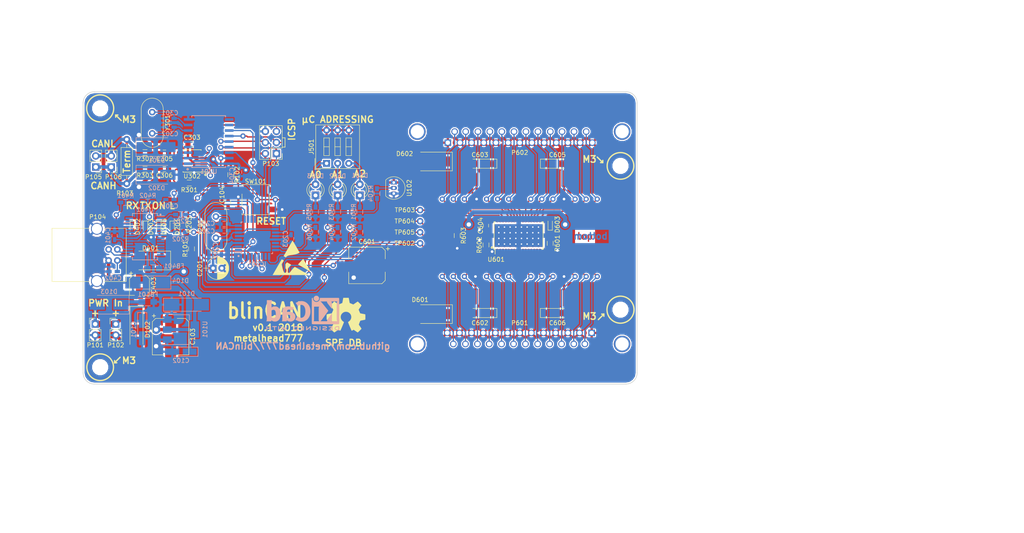
<source format=kicad_pcb>
(kicad_pcb (version 4) (host pcbnew 4.0.7)
  (title_block (title blinCAN) (date 2017-11-01) (rev 0.1) (company https://github.com/metalhead777/blinCAN))
  (layers (0 F.Cu signal) (31 B.Cu signal) (34 B.Paste user) (35 F.Paste user) (36 B.SilkS user) (37 F.SilkS user) (38 B.Mask user) (39 F.Mask user) (44 Edge.Cuts user))
  (net 0 "")
  (net 1 GND)
  (net 2 DIN)
  (net 3 0-)
  (net 4 1-)
  (net 5 2-)
  (net 6 3-)
  (net 7 4-)
  (net 8 5-)
  (net 9 10-)
  (net 10 15-)
  (net 11 20-)
  (net 12 6-)
  (net 13 11-)
  (net 14 16-)
  (net 15 21-)
  (net 16 7-)
  (net 17 12-)
  (net 18 17-)
  (net 19 22-)
  (net 20 8-)
  (net 21 13-)
  (net 22 18-)
  (net 23 23-)
  (net 24 9-)
  (net 25 14-)
  (net 26 19-)
  (net 27 +5V)
  (net 28 /USB_RS232_IC/VCC_USB_Conn)
  (net 29 /CAN_Bus_Driver_Controller//CS_CAN)
  (net 30 /CAN_Bus_Driver_Controller/MOSI_CAN)
  (net 31 /CAN_Bus_Driver_Controller/MISO_CAN)
  (net 32 /CAN_Bus_Driver_Controller//Reset_CAN)
  (net 33 /CAN_Bus_Driver_Controller//CAN_INT)
  (net 34 /USB_RS232_IC/D-_USB)
  (net 35 /USB_RS232_IC/D+_USB)
  (net 36 /Microcontroller/AREF)
  (net 37 /Microcontroller/PB5/D13/SCKuC)
  (net 38 /Microcontroller/PD0/D0/RXuC)
  (net 39 /Microcontroller/PD1/D1/TXuC)
  (net 40 /Addressing_Switch/Addr0)
  (net 41 /Addressing_Switch/Addr1)
  (net 42 /Addressing_Switch/Addr2)
  (net 43 /Microcontroller/ADC6/A6)
  (net 44 +12V)
  (net 45 /CAN_Bus_Driver_Controller/CAN_-)
  (net 46 /CAN_Bus_Driver_Controller/CAN_+)
  (net 47 /Microcontroller/PD3/D3)
  (net 48 /Microcontroller/PB0/D8)
  (net 49 /Microcontroller/PB1/D9)
  (net 50 /Microcontroller/ADC7/A7)
  (net 51 /Microcontroller/PC3/A3)
  (net 52 /Microcontroller/PC4/A4)
  (net 53 /Microcontroller/PC5/A5)
  (net 54 /TLC5947_and_LED_Driver/DOUT_Driver)
  (net 55 "Net-(C204-Pad1)")
  (net 56 "Net-(C205-Pad1)")
  (net 57 "Net-(C301-Pad1)")
  (net 58 "Net-(C302-Pad1)")
  (net 59 "Net-(C305-Pad1)")
  (net 60 "Net-(C306-Pad1)")
  (net 61 "Net-(C404-Pad1)")
  (net 62 "Net-(D102-Pad1)")
  (net 63 "Net-(D103-Pad1)")
  (net 64 "Net-(D105-Pad2)")
  (net 65 "Net-(D201-Pad2)")
  (net 66 "Net-(D402-Pad1)")
  (net 67 "Net-(D403-Pad1)")
  (net 68 "Net-(D501-Pad1)")
  (net 69 "Net-(D502-Pad1)")
  (net 70 "Net-(D503-Pad1)")
  (net 71 "Net-(D603-Pad1)")
  (net 72 "Net-(FB401-Pad1)")
  (net 73 CLK)
  (net 74 LAT)
  (net 75 /OE)
  (net 76 "Net-(IC201-Pad30)")
  (net 77 "Net-(IC201-Pad31)")
  (net 78 "Net-(R104-Pad1)")
  (net 79 "Net-(R301-Pad1)")
  (net 80 "Net-(R401-Pad2)")
  (net 81 "Net-(R402-Pad2)")
  (net 82 "Net-(R603-Pad1)")
  (net 83 "Net-(U301-Pad1)")
  (net 84 "Net-(U301-Pad2)")
  (net 85 "Net-(U301-Pad3)")
  (net 86 "Net-(U301-Pad4)")
  (net 87 "Net-(U301-Pad5)")
  (net 88 "Net-(U301-Pad6)")
  (net 89 "Net-(U301-Pad10)")
  (net 90 "Net-(U301-Pad11)")
  (net 91 "Net-(U302-Pad5)")
  (net 92 "Net-(U401-Pad3)")
  (net 93 "Net-(U401-Pad6)")
  (net 94 "Net-(U401-Pad8)")
  (net 95 "Net-(U401-Pad9)")
  (net 96 "Net-(U401-Pad10)")
  (net 97 "Net-(U401-Pad11)")
  (net 98 "Net-(U401-Pad12)")
  (net 99 "Net-(U401-Pad13)")
  (net 100 "Net-(U401-Pad14)")
  (net 101 "Net-(U401-Pad19)")
  (net 102 "Net-(U401-Pad24)")
  (net 103 "Net-(U401-Pad27)")
  (net 104 "Net-(U401-Pad28)")
  (net 105 V+_LED_A)
  (net 106 V+_LED_B)
  (net 107 "Net-(C401-Pad1)")
  (module Mounting_Holes:MountingHole_3.2mm_M3_DIN965 (layer F.Cu) (at 155.067 96.52)
    (fp_text reference REF** hide)
    (fp_text value MountingHole_3.2mm_M3_DIN965)
    (pad 1 np_thru_hole circle (at 0 0) (size 3.2 3.2) (drill 3.2) (layers *.Cu *.Mask))
  )
  (module Mounting_Holes:MountingHole_3.2mm_M3_DIN965 (layer F.Cu) (at 155.067 63.5)
    (fp_text reference REF** hide)
    (fp_text value MountingHole_3.2mm_M3_DIN965)
    (pad 1 np_thru_hole circle (at 0 0) (size 3.2 3.2) (drill 3.2) (layers *.Cu *.Mask))
  )
  (module Mounting_Holes:MountingHole_3.2mm_M3_DIN965 (layer F.Cu) (at 35.687 50.292)
    (fp_text reference REF** hide)
    (fp_text value MountingHole_3.2mm_M3_DIN965)
    (pad 1 np_thru_hole circle (at 0 0) (size 3.2 3.2) (drill 3.2) (layers *.Cu *.Mask))
  )
  (module Capacitors_SMD:C_0603_HandSoldering (layer B.Cu) (at 51.689 71.247)
    (fp_text reference C404 (at 0 1.4986) (layer B.SilkS) (effects (justify mirror)))
    (fp_text value 100N)
    (pad 1 smd rect (at -0.95 0) (size 1.2 0.75) (layers B.Cu B.Paste B.Mask) (net 61 "Net-(C404-Pad1)"))
    (pad 2 smd rect (at 0.95 0) (size 1.2 0.75) (layers B.Cu B.Paste B.Mask) (net 32 /CAN_Bus_Driver_Controller//Reset_CAN))
  )
  (module Diodes_SMD:D_SMB_Handsoldering (layer B.Cu) (at 48.514 65.532)
    (fp_text reference D302 (at 0.127 3.048) (layer B.SilkS) (effects (justify mirror)))
    (fp_text value "P6SMB 27A SMD")
    (pad 1 smd rect (at -2.7 0) (size 3.5 2.3) (layers B.Cu B.Paste B.Mask) (net 46 /CAN_Bus_Driver_Controller/CAN_+))
    (pad 2 smd rect (at 2.7 0) (size 3.5 2.3) (layers B.Cu B.Paste B.Mask) (net 1 GND))
  )
  (module Capacitors_SMD:C_0603_HandSoldering (layer B.Cu) (at 63.5 82.931 270)
    (fp_text reference C202 (at 0 1.3462 270) (layer B.SilkS) (effects (justify mirror)))
    (fp_text value 100N)
    (pad 1 smd rect (at -0.95 0 270) (size 1.2 0.75) (layers B.Cu B.Paste B.Mask) (net 27 +5V))
    (pad 2 smd rect (at 0.95 0 270) (size 1.2 0.75) (layers B.Cu B.Paste B.Mask) (net 1 GND))
  )
  (module Capacitors_SMD:C_0603_HandSoldering (layer B.Cu) (at 64.135 78.359 180)
    (fp_text reference C204 (at 4.064 -0.127 180) (layer B.SilkS) (effects (justify mirror)))
    (fp_text value 22P)
    (pad 1 smd rect (at -0.95 0 180) (size 1.2 0.75) (layers B.Cu B.Paste B.Mask) (net 55 "Net-(C204-Pad1)"))
    (pad 2 smd rect (at 0.95 0 180) (size 1.2 0.75) (layers B.Cu B.Paste B.Mask) (net 1 GND))
  )
  (module Capacitors_SMD:C_0603_HandSoldering (layer B.Cu) (at 79.502 80.264 270)
    (fp_text reference C203 (at 0 1.2954 270) (layer B.SilkS) (effects (justify mirror)))
    (fp_text value 100N)
    (pad 1 smd rect (at -0.95 0 270) (size 1.2 0.75) (layers B.Cu B.Paste B.Mask) (net 36 /Microcontroller/AREF))
    (pad 2 smd rect (at 0.95 0 270) (size 1.2 0.75) (layers B.Cu B.Paste B.Mask) (net 1 GND))
  )
  (module Capacitors_SMD:C_0603_HandSoldering (layer B.Cu) (at 64.135 76.835 180)
    (fp_text reference C205 (at 4.064 0.127 180) (layer B.SilkS) (effects (justify mirror)))
    (fp_text value 22P)
    (pad 1 smd rect (at -0.95 0 180) (size 1.2 0.75) (layers B.Cu B.Paste B.Mask) (net 56 "Net-(C205-Pad1)"))
    (pad 2 smd rect (at 0.95 0 180) (size 1.2 0.75) (layers B.Cu B.Paste B.Mask) (net 1 GND))
  )
  (module Capacitors_SMD:C_0603_HandSoldering (layer B.Cu) (at 51.689 52.578 180)
    (fp_text reference C301 (at 0 1.25 180) (layer B.SilkS) (effects (justify mirror)))
    (fp_text value 22P)
    (pad 1 smd rect (at -0.95 0 180) (size 1.2 0.75) (layers B.Cu B.Paste B.Mask) (net 57 "Net-(C301-Pad1)"))
    (pad 2 smd rect (at 0.95 0 180) (size 1.2 0.75) (layers B.Cu B.Paste B.Mask) (net 1 GND))
  )
  (module Capacitors_SMD:C_0603_HandSoldering (layer F.Cu) (at 56.769 58.547 180)
    (fp_text reference C303 (at 0 1.5875 180) (layer F.SilkS))
    (fp_text value 100N)
    (pad 1 smd rect (at -0.95 0 180) (size 1.2 0.75) (layers F.Cu F.Paste F.Mask) (net 27 +5V))
    (pad 2 smd rect (at 0.95 0 180) (size 1.2 0.75) (layers F.Cu F.Paste F.Mask) (net 1 GND))
  )
  (module Capacitors_SMD:C_0603_HandSoldering (layer B.Cu) (at 51.689 54.61 180)
    (fp_text reference C302 (at 0 -1.524 180) (layer B.SilkS) (effects (justify mirror)))
    (fp_text value 22P)
    (pad 1 smd rect (at -0.95 0 180) (size 1.2 0.75) (layers B.Cu B.Paste B.Mask) (net 58 "Net-(C302-Pad1)"))
    (pad 2 smd rect (at 0.95 0 180) (size 1.2 0.75) (layers B.Cu B.Paste B.Mask) (net 1 GND))
  )
  (module Capacitors_SMD:C_0603_HandSoldering (layer B.Cu) (at 67.564 64.897 270)
    (fp_text reference C304 (at 0.8636 1.6256 270) (layer B.SilkS) (effects (justify mirror)))
    (fp_text value 100N)
    (pad 1 smd rect (at -0.95 0 270) (size 1.2 0.75) (layers B.Cu B.Paste B.Mask) (net 27 +5V))
    (pad 2 smd rect (at 0.95 0 270) (size 1.2 0.75) (layers B.Cu B.Paste B.Mask) (net 1 GND))
  )
  (module Capacitors_SMD:C_0603_HandSoldering (layer F.Cu) (at 50.419 60.452)
    (fp_text reference C305 (at 0 1.4224) (layer F.SilkS))
    (fp_text value 560p)
    (pad 1 smd rect (at -0.95 0) (size 1.2 0.75) (layers F.Cu F.Paste F.Mask) (net 59 "Net-(C305-Pad1)"))
    (pad 2 smd rect (at 0.95 0) (size 1.2 0.75) (layers F.Cu F.Paste F.Mask) (net 1 GND))
  )
  (module Capacitors_SMD:C_0603_HandSoldering (layer F.Cu) (at 50.419 64.262)
    (fp_text reference C306 (at 0 1.4224) (layer F.SilkS))
    (fp_text value 560p)
    (pad 1 smd rect (at -0.95 0) (size 1.2 0.75) (layers F.Cu F.Paste F.Mask) (net 60 "Net-(C306-Pad1)"))
    (pad 2 smd rect (at 0.95 0) (size 1.2 0.75) (layers F.Cu F.Paste F.Mask) (net 1 GND))
  )
  (module Capacitors_SMD:C_0603_HandSoldering (layer B.Cu) (at 38.6715 87.757 180)
    (fp_text reference C402 (at 0 -1.524 180) (layer B.SilkS) (effects (justify mirror)))
    (fp_text value 100N)
    (pad 1 smd rect (at -0.95 0 180) (size 1.2 0.75) (layers B.Cu B.Paste B.Mask) (net 28 /USB_RS232_IC/VCC_USB_Conn))
    (pad 2 smd rect (at 0.95 0 180) (size 1.2 0.75) (layers B.Cu B.Paste B.Mask) (net 1 GND))
  )
  (module Capacitors_SMD:C_0603_HandSoldering (layer B.Cu) (at 38.989 79.502 90)
    (fp_text reference C401 (at 0 -1.524 90) (layer B.SilkS) (effects (justify mirror)))
    (fp_text value 100N)
    (pad 1 smd rect (at -0.95 0 90) (size 1.2 0.75) (layers B.Cu B.Paste B.Mask) (net 107 "Net-(C401-Pad1)"))
    (pad 2 smd rect (at 0.95 0 90) (size 1.2 0.75) (layers B.Cu B.Paste B.Mask) (net 1 GND))
  )
  (module LEDs:LED_0603 (layer F.Cu) (at 49.149 77.47 270)
    (fp_text reference D105 (at 0 -1.25 270) (layer F.SilkS))
    (fp_text value "LED Blue")
    (pad 2 smd rect (at 0.8 0 90) (size 0.8 0.8) (layers F.Cu F.Paste F.Mask) (net 64 "Net-(D105-Pad2)"))
    (pad 1 smd rect (at -0.8 0 90) (size 0.8 0.8) (layers F.Cu F.Paste F.Mask) (net 1 GND))
  )
  (module LEDs:LED_0603 (layer F.Cu) (at 52.197 77.47 270)
    (fp_text reference D201 (at 0 -1.25 270) (layer F.SilkS))
    (fp_text value "LED Orange")
    (pad 2 smd rect (at 0.8 0 90) (size 0.8 0.8) (layers F.Cu F.Paste F.Mask) (net 65 "Net-(D201-Pad2)"))
    (pad 1 smd rect (at -0.8 0 90) (size 0.8 0.8) (layers F.Cu F.Paste F.Mask) (net 1 GND))
  )
  (module Diodes_SMD:D_SMB_Handsoldering (layer B.Cu) (at 48.514 59.182)
    (fp_text reference D301 (at 0.127 3.048) (layer B.SilkS) (effects (justify mirror)))
    (fp_text value "P6SMB 27A SMD")
    (pad 1 smd rect (at -2.7 0) (size 3.5 2.3) (layers B.Cu B.Paste B.Mask) (net 45 /CAN_Bus_Driver_Controller/CAN_-))
    (pad 2 smd rect (at 2.7 0) (size 3.5 2.3) (layers B.Cu B.Paste B.Mask) (net 1 GND))
  )
  (module LEDs:LED_0603 (layer F.Cu) (at 43.053 77.47 270)
    (fp_text reference D402 (at 0 -1.25 270) (layer F.SilkS))
    (fp_text value "LED Red")
    (pad 2 smd rect (at 0.8 0 90) (size 0.8 0.8) (layers F.Cu F.Paste F.Mask) (net 27 +5V))
    (pad 1 smd rect (at -0.8 0 90) (size 0.8 0.8) (layers F.Cu F.Paste F.Mask) (net 66 "Net-(D402-Pad1)"))
  )
  (module LEDs:LED_0603 (layer F.Cu) (at 46.101 77.47 270)
    (fp_text reference D403 (at 0 -1.25 270) (layer F.SilkS))
    (fp_text value "LED Green")
    (pad 2 smd rect (at 0.8 0 90) (size 0.8 0.8) (layers F.Cu F.Paste F.Mask) (net 27 +5V))
    (pad 1 smd rect (at -0.8 0 90) (size 0.8 0.8) (layers F.Cu F.Paste F.Mask) (net 67 "Net-(D403-Pad1)"))
  )
  (module Resistors_SMD:R_0603_HandSoldering (layer F.Cu) (at 56.642 82.55 90)
    (fp_text reference R101 (at 0 -1.45 90) (layer F.SilkS))
    (fp_text value 330)
    (pad 1 smd rect (at -1.1 0 90) (size 1.2 0.9) (layers F.Cu F.Paste F.Mask) (net 27 +5V))
    (pad 2 smd rect (at 1.1 0 90) (size 1.2 0.9) (layers F.Cu F.Paste F.Mask) (net 64 "Net-(D105-Pad2)"))
  )
  (module Resistors_SMD:R_0603_HandSoldering (layer F.Cu) (at 54.6735 77.0255 270)
    (fp_text reference R203 (at 0 -1.45 270) (layer F.SilkS))
    (fp_text value 330)
    (pad 1 smd rect (at -1.1 0 270) (size 1.2 0.9) (layers F.Cu F.Paste F.Mask) (net 37 /Microcontroller/PB5/D13/SCKuC))
    (pad 2 smd rect (at 1.1 0 270) (size 1.2 0.9) (layers F.Cu F.Paste F.Mask) (net 65 "Net-(D201-Pad2)"))
  )
  (module Resistors_SMD:R_0603_HandSoldering (layer B.Cu) (at 54.102 74.676)
    (fp_text reference R201 (at 0.0254 1.524) (layer B.SilkS) (effects (justify mirror)))
    (fp_text value 1k)
    (pad 1 smd rect (at -1.1 0) (size 1.2 0.9) (layers B.Cu B.Paste B.Mask) (net 38 /Microcontroller/PD0/D0/RXuC))
    (pad 2 smd rect (at 1.1 0) (size 1.2 0.9) (layers B.Cu B.Paste B.Mask) (net 76 "Net-(IC201-Pad30)"))
  )
  (module Resistors_SMD:R_0603_HandSoldering (layer B.Cu) (at 54.102 78.74)
    (fp_text reference R202 (at 0.0254 1.5748) (layer B.SilkS) (effects (justify mirror)))
    (fp_text value 1k)
    (pad 1 smd rect (at -1.1 0) (size 1.2 0.9) (layers B.Cu B.Paste B.Mask) (net 39 /Microcontroller/PD1/D1/TXuC))
    (pad 2 smd rect (at 1.1 0) (size 1.2 0.9) (layers B.Cu B.Paste B.Mask) (net 77 "Net-(IC201-Pad31)"))
  )
  (module Resistors_SMD:R_0603_HandSoldering (layer F.Cu) (at 56.134 67.437)
    (fp_text reference R301 (at 0 1.5875) (layer F.SilkS))
    (fp_text value 4k7)
    (pad 1 smd rect (at -1.1 0) (size 1.2 0.9) (layers F.Cu F.Paste F.Mask) (net 79 "Net-(R301-Pad1)"))
    (pad 2 smd rect (at 1.1 0) (size 1.2 0.9) (layers F.Cu F.Paste F.Mask) (net 1 GND))
  )
  (module Resistors_SMD:R_0603_HandSoldering (layer F.Cu) (at 45.974 60.452)
    (fp_text reference R302 (at -0.0254 1.4224) (layer F.SilkS))
    (fp_text value 100)
    (pad 1 smd rect (at -1.1 0) (size 1.2 0.9) (layers F.Cu F.Paste F.Mask) (net 45 /CAN_Bus_Driver_Controller/CAN_-))
    (pad 2 smd rect (at 1.1 0) (size 1.2 0.9) (layers F.Cu F.Paste F.Mask) (net 59 "Net-(C305-Pad1)"))
  )
  (module Resistors_SMD:R_0603_HandSoldering (layer F.Cu) (at 45.974 64.262)
    (fp_text reference R303 (at 0 1.4224) (layer F.SilkS))
    (fp_text value 100)
    (pad 1 smd rect (at -1.1 0) (size 1.2 0.9) (layers F.Cu F.Paste F.Mask) (net 46 /CAN_Bus_Driver_Controller/CAN_+))
    (pad 2 smd rect (at 1.1 0) (size 1.2 0.9) (layers F.Cu F.Paste F.Mask) (net 60 "Net-(C306-Pad1)"))
  )
  (module Resistors_SMD:R_0603_HandSoldering (layer B.Cu) (at 41.529 71.882)
    (fp_text reference R401 (at 0 -1.5748) (layer B.SilkS) (effects (justify mirror)))
    (fp_text value 330)
    (pad 1 smd rect (at -1.1 0) (size 1.2 0.9) (layers B.Cu B.Paste B.Mask) (net 66 "Net-(D402-Pad1)"))
    (pad 2 smd rect (at 1.1 0) (size 1.2 0.9) (layers B.Cu B.Paste B.Mask) (net 80 "Net-(R401-Pad2)"))
  )
  (module Resistors_SMD:R_0603_HandSoldering (layer B.Cu) (at 46.609 71.8185 180)
    (fp_text reference R402 (at 0 1.5113 180) (layer B.SilkS) (effects (justify mirror)))
    (fp_text value 330)
    (pad 1 smd rect (at -1.1 0 180) (size 1.2 0.9) (layers B.Cu B.Paste B.Mask) (net 67 "Net-(D403-Pad1)"))
    (pad 2 smd rect (at 1.1 0 180) (size 1.2 0.9) (layers B.Cu B.Paste B.Mask) (net 81 "Net-(R402-Pad2)"))
  )
  (module Buttons_Switches_SMD:SW_SPST_B3S-1000 (layer F.Cu) (at 71.374 71.247)
    (fp_text reference SW101 (at 0 -4.191 180) (layer F.SilkS))
    (fp_text value Reset)
    (pad 1 smd rect (at -3.975 -2.25) (size 1.55 1.3) (layers F.Cu F.Paste F.Mask) (net 32 /CAN_Bus_Driver_Controller//Reset_CAN))
    (pad 1 smd rect (at 3.975 -2.25) (size 1.55 1.3) (layers F.Cu F.Paste F.Mask) (net 32 /CAN_Bus_Driver_Controller//Reset_CAN))
    (pad 2 smd rect (at -3.975 2.25) (size 1.55 1.3) (layers F.Cu F.Paste F.Mask) (net 1 GND))
    (pad 2 smd rect (at 3.975 2.25) (size 1.55 1.3) (layers F.Cu F.Paste F.Mask) (net 1 GND))
  )
  (module Crystals:Crystal_HC49-U_Vertical (layer F.Cu) (at 62.23 80.01 90)
    (fp_text reference Y201 (at 2.44 -3.525 90) (layer F.SilkS))
    (fp_text value "16 MHz")
    (pad 1 thru_hole circle (at 0 0 90) (size 1.5 1.5) (drill 0.8) (layers *.Cu *.Mask) (net 55 "Net-(C204-Pad1)"))
    (pad 2 thru_hole circle (at 4.88 0 90) (size 1.5 1.5) (drill 0.8) (layers *.Cu *.Mask) (net 56 "Net-(C205-Pad1)"))
  )
  (module Crystals:Crystal_HC49-U_Vertical (layer F.Cu) (at 47.625 51.1524 270)
    (fp_text reference Y301 (at 2.44 -3.525 270) (layer F.SilkS))
    (fp_text value "16 MHz")
    (pad 1 thru_hole circle (at 0 0 270) (size 1.5 1.5) (drill 0.8) (layers *.Cu *.Mask) (net 57 "Net-(C301-Pad1)"))
    (pad 2 thru_hole circle (at 4.88 0 270) (size 1.5 1.5) (drill 0.8) (layers *.Cu *.Mask) (net 58 "Net-(C302-Pad1)"))
  )
  (module LEDs:LED_D3.0mm (layer F.Cu) (at 85.09 70.2818 90)
    (fp_text reference D503 (at 4.445 0 360) (layer B.SilkS) (effects (justify mirror)))
    (fp_text value "LED Orange")
    (pad 1 thru_hole rect (at 0 0 90) (size 1.8 1.8) (drill 0.9) (layers *.Cu *.Mask) (net 70 "Net-(D503-Pad1)"))
    (pad 2 thru_hole circle (at 2.54 0 90) (size 1.8 1.8) (drill 0.9) (layers *.Cu *.Mask) (net 40 /Addressing_Switch/Addr0))
  )
  (module LEDs:LED_D3.0mm (layer F.Cu) (at 90.17 70.2818 90)
    (fp_text reference D502 (at 4.445 0 180) (layer B.SilkS) (effects (justify mirror)))
    (fp_text value "LED Orange")
    (pad 1 thru_hole rect (at 0 0 90) (size 1.8 1.8) (drill 0.9) (layers *.Cu *.Mask) (net 69 "Net-(D502-Pad1)"))
    (pad 2 thru_hole circle (at 2.54 0 90) (size 1.8 1.8) (drill 0.9) (layers *.Cu *.Mask) (net 41 /Addressing_Switch/Addr1))
  )
  (module LEDs:LED_D3.0mm (layer F.Cu) (at 95.25 70.2818 90)
    (fp_text reference D501 (at 4.572 0 180) (layer B.SilkS) (effects (justify mirror)))
    (fp_text value "LED Orange")
    (pad 1 thru_hole rect (at 0 0 90) (size 1.8 1.8) (drill 0.9) (layers *.Cu *.Mask) (net 68 "Net-(D501-Pad1)"))
    (pad 2 thru_hole circle (at 2.54 0 90) (size 1.8 1.8) (drill 0.9) (layers *.Cu *.Mask) (net 42 /Addressing_Switch/Addr2))
  )
  (module Resistors_SMD:R_0603_HandSoldering (layer B.Cu) (at 90.17 78.74 90)
    (fp_text reference R504 (at 0 -1.397 90) (layer B.SilkS) (effects (justify mirror)))
    (fp_text value 10k)
    (pad 1 smd rect (at -1.1 0 90) (size 1.2 0.9) (layers B.Cu B.Paste B.Mask) (net 1 GND))
    (pad 2 smd rect (at 1.1 0 90) (size 1.2 0.9) (layers B.Cu B.Paste B.Mask) (net 41 /Addressing_Switch/Addr1))
  )
  (module Resistors_SMD:R_0603_HandSoldering (layer B.Cu) (at 95.25 78.74 90)
    (fp_text reference R502 (at 0 -1.397 90) (layer B.SilkS) (effects (justify mirror)))
    (fp_text value 10k)
    (pad 1 smd rect (at -1.1 0 90) (size 1.2 0.9) (layers B.Cu B.Paste B.Mask) (net 1 GND))
    (pad 2 smd rect (at 1.1 0 90) (size 1.2 0.9) (layers B.Cu B.Paste B.Mask) (net 42 /Addressing_Switch/Addr2))
  )
  (module Resistors_SMD:R_0603_HandSoldering (layer B.Cu) (at 85.09 78.74 90)
    (fp_text reference R506 (at 0 -1.397 90) (layer B.SilkS) (effects (justify mirror)))
    (fp_text value 10k)
    (pad 1 smd rect (at -1.1 0 90) (size 1.2 0.9) (layers B.Cu B.Paste B.Mask) (net 1 GND))
    (pad 2 smd rect (at 1.1 0 90) (size 1.2 0.9) (layers B.Cu B.Paste B.Mask) (net 40 /Addressing_Switch/Addr0))
  )
  (module Resistors_SMD:R_0603_HandSoldering (layer B.Cu) (at 95.25 74.0664 90)
    (fp_text reference R501 (at 0 -1.397 90) (layer B.SilkS) (effects (justify mirror)))
    (fp_text value 130)
    (pad 1 smd rect (at -1.1 0 90) (size 1.2 0.9) (layers B.Cu B.Paste B.Mask) (net 1 GND))
    (pad 2 smd rect (at 1.1 0 90) (size 1.2 0.9) (layers B.Cu B.Paste B.Mask) (net 68 "Net-(D501-Pad1)"))
  )
  (module Resistors_SMD:R_0603_HandSoldering (layer B.Cu) (at 90.17 74.0664 90)
    (fp_text reference R503 (at 0 -1.397 90) (layer B.SilkS) (effects (justify mirror)))
    (fp_text value 130)
    (pad 1 smd rect (at -1.1 0 90) (size 1.2 0.9) (layers B.Cu B.Paste B.Mask) (net 1 GND))
    (pad 2 smd rect (at 1.1 0 90) (size 1.2 0.9) (layers B.Cu B.Paste B.Mask) (net 69 "Net-(D502-Pad1)"))
  )
  (module Resistors_SMD:R_0603_HandSoldering (layer B.Cu) (at 85.09 74.0664 90)
    (fp_text reference R505 (at 0 -1.4478 90) (layer B.SilkS) (effects (justify mirror)))
    (fp_text value 130)
    (pad 1 smd rect (at -1.1 0 90) (size 1.2 0.9) (layers B.Cu B.Paste B.Mask) (net 1 GND))
    (pad 2 smd rect (at 1.1 0 90) (size 1.2 0.9) (layers B.Cu B.Paste B.Mask) (net 70 "Net-(D503-Pad1)"))
  )
  (module Resistors_SMD:R_0603_HandSoldering (layer F.Cu) (at 65.659 65.532 270)
    (fp_text reference R102 (at 0 -1.45 270) (layer F.SilkS))
    (fp_text value 1k)
    (pad 1 smd rect (at -1.1 0 270) (size 1.2 0.9) (layers F.Cu F.Paste F.Mask) (net 27 +5V))
    (pad 2 smd rect (at 1.1 0 270) (size 1.2 0.9) (layers F.Cu F.Paste F.Mask) (net 32 /CAN_Bus_Driver_Controller//Reset_CAN))
  )
  (module Resistors_SMD:R_0603_HandSoldering (layer B.Cu) (at 99.187 69.85 270)
    (fp_text reference R104 (at 0 1.45 270) (layer B.SilkS) (effects (justify mirror)))
    (fp_text value 1k)
    (pad 1 smd rect (at -1.1 0 270) (size 1.2 0.9) (layers B.Cu B.Paste B.Mask) (net 78 "Net-(R104-Pad1)"))
    (pad 2 smd rect (at 1.1 0 270) (size 1.2 0.9) (layers B.Cu B.Paste B.Mask) (net 43 /Microcontroller/ADC6/A6))
  )
  (module Capacitors_SMD:CP_Elec_8x10.5 (layer F.Cu) (at 96.901 86.36 180)
    (fp_text reference C601 (at 0 5.45 180) (layer F.SilkS))
    (fp_text value 330u/16V)
    (fp_text user + (at -4.78 3.91 180) (layer F.SilkS))
    (pad 1 smd rect (at -3.05 0) (size 4 2.5) (layers F.Cu F.Paste F.Mask) (net 27 +5V))
    (pad 2 smd rect (at 3.05 0) (size 4 2.5) (layers F.Cu F.Paste F.Mask) (net 1 GND))
  )
  (module Capacitors_SMD:CP_Elec_8x10.5 (layer F.Cu) (at 51.8414 102.7176 270)
    (fp_text reference C103 (at 0 -5.08 270) (layer F.SilkS))
    (fp_text value 330u/25V)
    (fp_text user + (at -4.78 3.91 270) (layer F.SilkS))
    (pad 1 smd rect (at -3.05 0 90) (size 4 2.5) (layers F.Cu F.Paste F.Mask) (net 44 +12V))
    (pad 2 smd rect (at 3.05 0 90) (size 4 2.5) (layers F.Cu F.Paste F.Mask) (net 1 GND))
  )
  (module Capacitors_SMD:C_0603_HandSoldering (layer F.Cu) (at 65.024 71.882 270)
    (fp_text reference C104 (at -1.778 1.3716 270) (layer F.SilkS))
    (fp_text value 100N)
    (pad 1 smd rect (at -0.95 0 270) (size 1.2 0.75) (layers F.Cu F.Paste F.Mask) (net 32 /CAN_Bus_Driver_Controller//Reset_CAN))
    (pad 2 smd rect (at 0.95 0 270) (size 1.2 0.75) (layers F.Cu F.Paste F.Mask) (net 1 GND))
  )
  (module Capacitors_Tantalum_SMD:CP_Tantalum_Case-A_EIA-3216-18_Hand (layer B.Cu) (at 45.339 101.092 270)
    (fp_text reference C101 (at 0 1.9812 270) (layer B.SilkS) (effects (justify mirror)))
    (fp_text value "Tantal 10u/16V")
    (pad 1 smd rect (at -2 0 270) (size 3.2 1.5) (layers B.Cu B.Paste B.Mask) (net 44 +12V))
    (pad 2 smd rect (at 2 0 270) (size 3.2 1.5) (layers B.Cu B.Paste B.Mask) (net 1 GND))
  )
  (module Capacitors_Tantalum_SMD:CP_Tantalum_Case-A_EIA-3216-18_Hand (layer B.Cu) (at 54.229 106.172 180)
    (fp_text reference C102 (at 0 -2.032 180) (layer B.SilkS) (effects (justify mirror)))
    (fp_text value "Tantal 10u/16V")
    (pad 1 smd rect (at -2 0 180) (size 3.2 1.5) (layers B.Cu B.Paste B.Mask) (net 27 +5V))
    (pad 2 smd rect (at 2 0 180) (size 3.2 1.5) (layers B.Cu B.Paste B.Mask) (net 1 GND))
  )
  (module Diodes_SMD:D_MELF_Handsoldering (layer B.Cu) (at 55.499 95.377)
    (fp_text reference D101 (at 0 -2.54) (layer B.SilkS) (effects (justify mirror)))
    (fp_text value "1N 4001 SMD")
    (pad 1 smd rect (at -3.4 0) (size 3.5 2.7) (layers B.Cu B.Paste B.Mask) (net 44 +12V))
    (pad 2 smd rect (at 3.4 0) (size 3.5 2.7) (layers B.Cu B.Paste B.Mask) (net 27 +5V))
  )
  (module Diodes_SMD:D_MELF_Handsoldering (layer F.Cu) (at 44.0182 101.092 270)
    (fp_text reference D102 (at 0 -2.54 270) (layer F.SilkS))
    (fp_text value "1N 4001 SMD")
    (pad 1 smd rect (at -3.4 0 270) (size 3.5 2.7) (layers F.Cu F.Paste F.Mask) (net 62 "Net-(D102-Pad1)"))
    (pad 2 smd rect (at 3.4 0 270) (size 3.5 2.7) (layers F.Cu F.Paste F.Mask) (net 1 GND))
  )
  (module Diodes_SMD:D_MELF_Handsoldering (layer B.Cu) (at 46.609 90.297 180)
    (fp_text reference D104 (at -7.493 0.4318 180) (layer B.SilkS) (effects (justify mirror)))
    (fp_text value "1N 4001 SMD")
    (pad 1 smd rect (at -3.4 0 180) (size 3.5 2.7) (layers B.Cu B.Paste B.Mask) (net 27 +5V))
    (pad 2 smd rect (at 3.4 0 180) (size 3.5 2.7) (layers B.Cu B.Paste B.Mask) (net 1 GND))
  )
  (module Diodes_SMD:D_SMB_Handsoldering (layer F.Cu) (at 47.244 85.217 180)
    (fp_text reference D401 (at 0 2.8575 180) (layer F.SilkS))
    (fp_text value "MBRS 240 SMD")
    (pad 1 smd rect (at -2.7 0 180) (size 3.5 2.3) (layers F.Cu F.Paste F.Mask) (net 27 +5V))
    (pad 2 smd rect (at 2.7 0 180) (size 3.5 2.3) (layers F.Cu F.Paste F.Mask) (net 28 /USB_RS232_IC/VCC_USB_Conn))
  )
  (module Diodes_SMD:D_SMB_Handsoldering (layer B.Cu) (at 37.719 95.377 180)
    (fp_text reference D103 (at 0 3 180) (layer B.SilkS) (effects (justify mirror)))
    (fp_text value "MBRS 240 SMD")
    (pad 1 smd rect (at -2.7 0 180) (size 3.5 2.3) (layers B.Cu B.Paste B.Mask) (net 63 "Net-(D103-Pad1)"))
    (pad 2 smd rect (at 2.7 0 180) (size 3.5 2.3) (layers B.Cu B.Paste B.Mask) (net 62 "Net-(D102-Pad1)"))
  )
  (module Capacitors_SMD:CP_Elec_4x5.7 (layer F.Cu) (at 44.704 90.932 270)
    (fp_text reference C403 (at 0 -3.2385 270) (layer F.SilkS))
    (fp_text value 4.7u/16V)
    (fp_text user + (at -2.77 2.01 270) (layer F.SilkS))
    (pad 1 smd rect (at -1.8 0 90) (size 2.6 1.6) (layers F.Cu F.Paste F.Mask) (net 28 /USB_RS232_IC/VCC_USB_Conn))
    (pad 2 smd rect (at 1.8 0 90) (size 2.6 1.6) (layers F.Cu F.Paste F.Mask) (net 1 GND))
  )
  (module Capacitors_SMD:C_0603_HandSoldering (layer F.Cu) (at 124.206 77.216 90)
    (fp_text reference C604 (at 0 -1.25 90) (layer F.SilkS))
    (fp_text value 100N)
    (pad 1 smd rect (at -0.95 0 90) (size 1.2 0.75) (layers F.Cu F.Paste F.Mask) (net 1 GND))
    (pad 2 smd rect (at 0.95 0 90) (size 1.2 0.75) (layers F.Cu F.Paste F.Mask) (net 27 +5V))
  )
  (module Capacitors_Tantalum_SMD:CP_Tantalum_Case-A_EIA-3216-18_Hand (layer F.Cu) (at 140.589 97.282)
    (fp_text reference C606 (at 0 2.286) (layer F.SilkS))
    (fp_text value "Tantal 10u/16V")
    (pad 1 smd rect (at -2 0) (size 3.2 1.5) (layers F.Cu F.Paste F.Mask) (net 105 V+_LED_A))
    (pad 2 smd rect (at 2 0) (size 3.2 1.5) (layers F.Cu F.Paste F.Mask) (net 1 GND))
  )
  (module Capacitors_Tantalum_SMD:CP_Tantalum_Case-A_EIA-3216-18_Hand (layer F.Cu) (at 140.589 62.992)
    (fp_text reference C605 (at 0 -2.032) (layer F.SilkS))
    (fp_text value "Tantal 10u/16V")
    (pad 1 smd rect (at -2 0) (size 3.2 1.5) (layers F.Cu F.Paste F.Mask) (net 106 V+_LED_B))
    (pad 2 smd rect (at 2 0) (size 3.2 1.5) (layers F.Cu F.Paste F.Mask) (net 1 GND))
  )
  (module Capacitors_Tantalum_SMD:CP_Tantalum_Case-A_EIA-3216-18_Hand (layer F.Cu) (at 122.809 62.992 180)
    (fp_text reference C603 (at 0 2.032 180) (layer F.SilkS))
    (fp_text value "Tantal 10u/16V")
    (pad 1 smd rect (at -2 0 180) (size 3.2 1.5) (layers F.Cu F.Paste F.Mask) (net 106 V+_LED_B))
    (pad 2 smd rect (at 2 0 180) (size 3.2 1.5) (layers F.Cu F.Paste F.Mask) (net 1 GND))
  )
  (module Capacitors_Tantalum_SMD:CP_Tantalum_Case-A_EIA-3216-18_Hand (layer F.Cu) (at 122.809 97.282 180)
    (fp_text reference C602 (at 0 -2.286 180) (layer F.SilkS))
    (fp_text value "Tantal 10u/16V")
    (pad 1 smd rect (at -2 0 180) (size 3.2 1.5) (layers F.Cu F.Paste F.Mask) (net 105 V+_LED_A))
    (pad 2 smd rect (at 2 0 180) (size 3.2 1.5) (layers F.Cu F.Paste F.Mask) (net 1 GND))
  )
  (module LEDs:LED_0603 (layer F.Cu) (at 138.938 76.962 90)
    (fp_text reference D603 (at 0 1.651 90) (layer F.SilkS))
    (fp_text value "LED Green")
    (pad 2 smd rect (at 0.8 0 270) (size 0.8 0.8) (layers F.Cu F.Paste F.Mask) (net 27 +5V))
    (pad 1 smd rect (at -0.8 0 270) (size 0.8 0.8) (layers F.Cu F.Paste F.Mask) (net 71 "Net-(D603-Pad1)"))
  )
  (module Resistors_SMD:R_0603_HandSoldering (layer F.Cu) (at 117.602 79.502 270)
    (fp_text reference R603 (at 0 -1.45 270) (layer F.SilkS))
    (fp_text value 3K3)
    (pad 1 smd rect (at -1.1 0 270) (size 1.2 0.9) (layers F.Cu F.Paste F.Mask) (net 82 "Net-(R603-Pad1)"))
    (pad 2 smd rect (at 1.1 0 270) (size 1.2 0.9) (layers F.Cu F.Paste F.Mask) (net 1 GND))
  )
  (module Resistors_SMD:R_0603_HandSoldering (layer F.Cu) (at 138.938 81.28 270)
    (fp_text reference R601 (at 0 -1.651 270) (layer F.SilkS))
    (fp_text value 470)
    (pad 1 smd rect (at -1.1 0 270) (size 1.2 0.9) (layers F.Cu F.Paste F.Mask) (net 71 "Net-(D603-Pad1)"))
    (pad 2 smd rect (at 1.1 0 270) (size 1.2 0.9) (layers F.Cu F.Paste F.Mask) (net 1 GND))
  )
  (module Resistors_SMD:R_0603_HandSoldering (layer F.Cu) (at 124.206 81.661 90)
    (fp_text reference R602 (at 0 -1.524 90) (layer F.SilkS))
    (fp_text value 10K)
    (pad 1 smd rect (at -1.1 0 90) (size 1.2 0.9) (layers F.Cu F.Paste F.Mask) (net 75 /OE))
    (pad 2 smd rect (at 1.1 0 90) (size 1.2 0.9) (layers F.Cu F.Paste F.Mask) (net 1 GND))
  )
  (module Diodes_SMD:D_SMB_Handsoldering (layer F.Cu) (at 111.887 97.536 180)
    (fp_text reference D601 (at 2.794 3.302 180) (layer F.SilkS))
    (fp_text value "MBRS 240 SMD")
    (pad 1 smd rect (at -2.7 0 180) (size 3.5 2.3) (layers F.Cu F.Paste F.Mask) (net 105 V+_LED_A))
    (pad 2 smd rect (at 2.7 0 180) (size 3.5 2.3) (layers F.Cu F.Paste F.Mask) (net 27 +5V))
  )
  (module Diodes_SMD:D_SMB_Handsoldering (layer F.Cu) (at 111.887 62.484 180)
    (fp_text reference D602 (at 6.35 1.778 180) (layer F.SilkS))
    (fp_text value "MBRS 240 SMD")
    (pad 1 smd rect (at -2.7 0 180) (size 3.5 2.3) (layers F.Cu F.Paste F.Mask) (net 106 V+_LED_B))
    (pad 2 smd rect (at 2.7 0 180) (size 3.5 2.3) (layers F.Cu F.Paste F.Mask) (net 27 +5V))
  )
  (module Capacitors_THT:CP_Radial_D5.0mm_P2.00mm (layer F.Cu) (at 61.595 86.995)
    (fp_text reference C201 (at -3.048 0.0254 90) (layer F.SilkS))
    (fp_text value 4.7u/16V)
    (pad 1 thru_hole rect (at 0 0) (size 1.6 1.6) (drill 0.8) (layers *.Cu *.Mask) (net 27 +5V))
    (pad 2 thru_hole circle (at 2 0) (size 1.6 1.6) (drill 0.8) (layers *.Cu *.Mask) (net 1 GND))
  )
  (module Inductors_SMD:L_0805_HandSoldering (layer B.Cu) (at 46.609 94.742 180)
    (fp_text reference FB101 (at -0.0254 1.7272 180) (layer B.SilkS) (effects (justify mirror)))
    (fp_text value "EMI suppression Filter 30 Ohms")
    (pad 1 smd rect (at -1.35 0 180) (size 1.5 1.3) (layers B.Cu B.Paste B.Mask) (net 44 +12V))
    (pad 2 smd rect (at 1.35 0 180) (size 1.5 1.3) (layers B.Cu B.Paste B.Mask) (net 63 "Net-(D103-Pad1)"))
  )
  (module Inductors_SMD:L_0805_HandSoldering (layer B.Cu) (at 47.879 87.122 180)
    (fp_text reference FB401 (at -4.7498 0.6096 180) (layer B.SilkS) (effects (justify mirror)))
    (fp_text value "EMI suppression Filter 30 Ohms")
    (pad 1 smd rect (at -1.35 0 180) (size 1.5 1.3) (layers B.Cu B.Paste B.Mask) (net 72 "Net-(FB401-Pad1)"))
    (pad 2 smd rect (at 1.35 0 180) (size 1.5 1.3) (layers B.Cu B.Paste B.Mask) (net 27 +5V))
  )
  (module Housings_QFP:TQFP-32_7x7mm_Pitch0.8mm (layer B.Cu) (at 71.6362 80.016)
    (fp_text reference IC201 (at 0 6.05) (layer B.SilkS) (effects (justify mirror)))
    (fp_text value ATMEGA328P-AU)
    (pad 1 smd rect (at -4.25 2.8) (size 1.6 0.55) (layers B.Cu B.Paste B.Mask) (net 47 /Microcontroller/PD3/D3))
    (pad 2 smd rect (at -4.25 2) (size 1.6 0.55) (layers B.Cu B.Paste B.Mask) (net 2 DIN))
    (pad 3 smd rect (at -4.25 1.2) (size 1.6 0.55) (layers B.Cu B.Paste B.Mask) (net 1 GND))
    (pad 4 smd rect (at -4.25 0.4) (size 1.6 0.55) (layers B.Cu B.Paste B.Mask) (net 27 +5V))
    (pad 5 smd rect (at -4.25 -0.4) (size 1.6 0.55) (layers B.Cu B.Paste B.Mask) (net 1 GND))
    (pad 6 smd rect (at -4.25 -1.2) (size 1.6 0.55) (layers B.Cu B.Paste B.Mask) (net 27 +5V))
    (pad 7 smd rect (at -4.25 -2) (size 1.6 0.55) (layers B.Cu B.Paste B.Mask) (net 55 "Net-(C204-Pad1)"))
    (pad 8 smd rect (at -4.25 -2.8) (size 1.6 0.55) (layers B.Cu B.Paste B.Mask) (net 56 "Net-(C205-Pad1)"))
    (pad 9 smd rect (at -2.8 -4.25 270) (size 1.6 0.55) (layers B.Cu B.Paste B.Mask) (net 73 CLK))
    (pad 10 smd rect (at -2 -4.25 270) (size 1.6 0.55) (layers B.Cu B.Paste B.Mask) (net 74 LAT))
    (pad 11 smd rect (at -1.2 -4.25 270) (size 1.6 0.55) (layers B.Cu B.Paste B.Mask) (net 75 /OE))
    (pad 12 smd rect (at -0.4 -4.25 270) (size 1.6 0.55) (layers B.Cu B.Paste B.Mask) (net 48 /Microcontroller/PB0/D8))
    (pad 13 smd rect (at 0.4 -4.25 270) (size 1.6 0.55) (layers B.Cu B.Paste B.Mask) (net 49 /Microcontroller/PB1/D9))
    (pad 14 smd rect (at 1.2 -4.25 270) (size 1.6 0.55) (layers B.Cu B.Paste B.Mask) (net 29 /CAN_Bus_Driver_Controller//CS_CAN))
    (pad 15 smd rect (at 2 -4.25 270) (size 1.6 0.55) (layers B.Cu B.Paste B.Mask) (net 30 /CAN_Bus_Driver_Controller/MOSI_CAN))
    (pad 16 smd rect (at 2.8 -4.25 270) (size 1.6 0.55) (layers B.Cu B.Paste B.Mask) (net 31 /CAN_Bus_Driver_Controller/MISO_CAN))
    (pad 17 smd rect (at 4.25 -2.8) (size 1.6 0.55) (layers B.Cu B.Paste B.Mask) (net 37 /Microcontroller/PB5/D13/SCKuC))
    (pad 18 smd rect (at 4.25 -2) (size 1.6 0.55) (layers B.Cu B.Paste B.Mask) (net 27 +5V))
    (pad 19 smd rect (at 4.25 -1.2) (size 1.6 0.55) (layers B.Cu B.Paste B.Mask) (net 43 /Microcontroller/ADC6/A6))
    (pad 20 smd rect (at 4.25 -0.4) (size 1.6 0.55) (layers B.Cu B.Paste B.Mask) (net 36 /Microcontroller/AREF))
    (pad 21 smd rect (at 4.25 0.4) (size 1.6 0.55) (layers B.Cu B.Paste B.Mask) (net 1 GND))
    (pad 22 smd rect (at 4.25 1.2) (size 1.6 0.55) (layers B.Cu B.Paste B.Mask) (net 50 /Microcontroller/ADC7/A7))
    (pad 23 smd rect (at 4.25 2) (size 1.6 0.55) (layers B.Cu B.Paste B.Mask) (net 40 /Addressing_Switch/Addr0))
    (pad 24 smd rect (at 4.25 2.8) (size 1.6 0.55) (layers B.Cu B.Paste B.Mask) (net 41 /Addressing_Switch/Addr1))
    (pad 25 smd rect (at 2.8 4.25 270) (size 1.6 0.55) (layers B.Cu B.Paste B.Mask) (net 42 /Addressing_Switch/Addr2))
    (pad 26 smd rect (at 2 4.25 270) (size 1.6 0.55) (layers B.Cu B.Paste B.Mask) (net 51 /Microcontroller/PC3/A3))
    (pad 27 smd rect (at 1.2 4.25 270) (size 1.6 0.55) (layers B.Cu B.Paste B.Mask) (net 52 /Microcontroller/PC4/A4))
    (pad 28 smd rect (at 0.4 4.25 270) (size 1.6 0.55) (layers B.Cu B.Paste B.Mask) (net 53 /Microcontroller/PC5/A5))
    (pad 29 smd rect (at -0.4 4.25 270) (size 1.6 0.55) (layers B.Cu B.Paste B.Mask) (net 32 /CAN_Bus_Driver_Controller//Reset_CAN))
    (pad 30 smd rect (at -1.2 4.25 270) (size 1.6 0.55) (layers B.Cu B.Paste B.Mask) (net 76 "Net-(IC201-Pad30)"))
    (pad 31 smd rect (at -2 4.25 270) (size 1.6 0.55) (layers B.Cu B.Paste B.Mask) (net 77 "Net-(IC201-Pad31)"))
    (pad 32 smd rect (at -2.8 4.25 270) (size 1.6 0.55) (layers B.Cu B.Paste B.Mask) (net 33 /CAN_Bus_Driver_Controller//CAN_INT))
  )
  (module Buttons_Switches_THT:SW_DIP_x3_W7.62mm_Slide (layer F.Cu) (at 87.63 62.9158 90)
    (fp_text reference J501 (at 3.81 -3.48 90) (layer F.SilkS))
    (fp_text value Conn_Address)
    (pad 1 thru_hole rect (at 0 0 90) (size 1.6 1.6) (drill 0.8) (layers *.Cu *.Mask) (net 40 /Addressing_Switch/Addr0))
    (pad 4 thru_hole oval (at 7.62 5.08 90) (size 1.6 1.6) (drill 0.8) (layers *.Cu *.Mask) (net 27 +5V))
    (pad 2 thru_hole oval (at 0 2.54 90) (size 1.6 1.6) (drill 0.8) (layers *.Cu *.Mask) (net 41 /Addressing_Switch/Addr1))
    (pad 5 thru_hole oval (at 7.62 2.54 90) (size 1.6 1.6) (drill 0.8) (layers *.Cu *.Mask) (net 27 +5V))
    (pad 3 thru_hole oval (at 0 5.08 90) (size 1.6 1.6) (drill 0.8) (layers *.Cu *.Mask) (net 42 /Addressing_Switch/Addr2))
    (pad 6 thru_hole oval (at 7.62 0 90) (size 1.6 1.6) (drill 0.8) (layers *.Cu *.Mask) (net 27 +5V))
  )
  (module Pin_Headers:Pin_Header_Straight_1x02_Pitch2.54mm (layer F.Cu) (at 34.544 99.822)
    (fp_text reference P101 (at 0 4.826) (layer F.SilkS))
    (fp_text value Conn_PWR_IN)
    (pad 1 thru_hole rect (at 0 0) (size 1.7 1.7) (drill 1) (layers *.Cu *.Mask) (net 62 "Net-(D102-Pad1)"))
    (pad 2 thru_hole oval (at 0 2.54) (size 1.7 1.7) (drill 1) (layers *.Cu *.Mask) (net 1 GND))
  )
  (module Pin_Headers:Pin_Header_Straight_1x02_Pitch2.54mm (layer F.Cu) (at 39.2684 99.822)
    (fp_text reference P102 (at 0 4.826) (layer F.SilkS))
    (fp_text value Conn_PWR_IN)
    (pad 1 thru_hole rect (at 0 0) (size 1.7 1.7) (drill 1) (layers *.Cu *.Mask) (net 62 "Net-(D102-Pad1)"))
    (pad 2 thru_hole oval (at 0 2.54) (size 1.7 1.7) (drill 1) (layers *.Cu *.Mask) (net 1 GND))
  )
  (module Pin_Headers:Pin_Header_Straight_2x03_Pitch2.54mm (layer F.Cu) (at 76.1238 60.6552 180)
    (fp_text reference P103 (at 1.27 -2.33 180) (layer F.SilkS))
    (fp_text value CONN_ICSP)
    (pad 1 thru_hole rect (at 0 0 180) (size 1.7 1.7) (drill 1) (layers *.Cu *.Mask) (net 31 /CAN_Bus_Driver_Controller/MISO_CAN))
    (pad 2 thru_hole oval (at 2.54 0 180) (size 1.7 1.7) (drill 1) (layers *.Cu *.Mask) (net 27 +5V))
    (pad 3 thru_hole oval (at 0 2.54 180) (size 1.7 1.7) (drill 1) (layers *.Cu *.Mask) (net 37 /Microcontroller/PB5/D13/SCKuC))
    (pad 4 thru_hole oval (at 2.54 2.54 180) (size 1.7 1.7) (drill 1) (layers *.Cu *.Mask) (net 30 /CAN_Bus_Driver_Controller/MOSI_CAN))
    (pad 5 thru_hole oval (at 0 5.08 180) (size 1.7 1.7) (drill 1) (layers *.Cu *.Mask) (net 32 /CAN_Bus_Driver_Controller//Reset_CAN))
    (pad 6 thru_hole oval (at 2.54 5.08 180) (size 1.7 1.7) (drill 1) (layers *.Cu *.Mask) (net 1 GND))
  )
  (module Connectors:USB_B (layer F.Cu) (at 39.624 85.217 180)
    (fp_text reference P104 (at 4.5212 10.0076 360) (layer F.SilkS))
    (fp_text value "USB B")
    (pad 2 thru_hole circle (at 0 2.54 90) (size 1.52 1.52) (drill 0.81) (layers *.Cu *.Mask) (net 34 /USB_RS232_IC/D-_USB))
    (pad 1 thru_hole circle (at 0 0 90) (size 1.52 1.52) (drill 0.81) (layers *.Cu *.Mask) (net 28 /USB_RS232_IC/VCC_USB_Conn))
    (pad 4 thru_hole circle (at 2 0 90) (size 1.52 1.52) (drill 0.81) (layers *.Cu *.Mask) (net 1 GND))
    (pad 3 thru_hole circle (at 2 2.54 90) (size 1.52 1.52) (drill 0.81) (layers *.Cu *.Mask) (net 35 /USB_RS232_IC/D+_USB))
    (pad 5 thru_hole circle (at 4.7 7.27 90) (size 2.7 2.7) (drill 2.3) (layers *.Cu *.Mask) (net 1 GND))
    (pad 5 thru_hole circle (at 4.7 -4.73 90) (size 2.7 2.7) (drill 2.3) (layers *.Cu *.Mask) (net 1 GND))
  )
  (module Pin_Headers:Pin_Header_Straight_1x02_Pitch2.54mm (layer F.Cu) (at 34.671 63.754 180)
    (fp_text reference P105 (at 0.508 -2.286 180) (layer F.SilkS))
    (fp_text value Conn_CAN)
    (pad 1 thru_hole rect (at 0 0 180) (size 1.7 1.7) (drill 1) (layers *.Cu *.Mask) (net 46 /CAN_Bus_Driver_Controller/CAN_+))
    (pad 2 thru_hole oval (at 0 2.54 180) (size 1.7 1.7) (drill 1) (layers *.Cu *.Mask) (net 45 /CAN_Bus_Driver_Controller/CAN_-))
  )
  (module Pin_Headers:Pin_Header_Straight_1x02_Pitch2.54mm (layer F.Cu) (at 38.227 63.754 180)
    (fp_text reference P106 (at -0.508 -2.286 180) (layer F.SilkS))
    (fp_text value Conn_CAN)
    (pad 1 thru_hole rect (at 0 0 180) (size 1.7 1.7) (drill 1) (layers *.Cu *.Mask) (net 46 /CAN_Bus_Driver_Controller/CAN_+))
    (pad 2 thru_hole oval (at 0 2.54 180) (size 1.7 1.7) (drill 1) (layers *.Cu *.Mask) (net 45 /CAN_Bus_Driver_Controller/CAN_-))
  )
  (module DB25FC:DB25FC (layer F.Cu) (at 148.4582 101.854 180)
    (fp_text reference P601 (at 16.51 2.286 180) (layer F.SilkS))
    (fp_text value "D-SUB 25")
    (pad "" thru_hole circle (at 40.01 -2.54 180) (size 3.81 3.81) (drill 3.05) (layers *.Cu *.Mask))
    (pad "" thru_hole circle (at -6.98 -2.54 180) (size 3.81 3.81) (drill 3.05) (layers *.Cu *.Mask))
    (pad 1 thru_hole rect (at 0 0 180) (size 1.52 1.52) (drill 1.02) (layers *.Cu *.Mask) (net 105 V+_LED_A))
    (pad 2 thru_hole circle (at 2.79 0 180) (size 1.52 1.52) (drill 1.02) (layers *.Cu *.Mask) (net 105 V+_LED_A))
    (pad 3 thru_hole circle (at 5.46 0 180) (size 1.52 1.52) (drill 1.02) (layers *.Cu *.Mask) (net 105 V+_LED_A))
    (pad 4 thru_hole circle (at 8.26 0 180) (size 1.52 1.52) (drill 1.02) (layers *.Cu *.Mask) (net 105 V+_LED_A))
    (pad 5 thru_hole circle (at 11.05 0 180) (size 1.52 1.52) (drill 1.02) (layers *.Cu *.Mask) (net 105 V+_LED_A))
    (pad 6 thru_hole circle (at 13.84 0 180) (size 1.52 1.52) (drill 1.02) (layers *.Cu *.Mask) (net 105 V+_LED_A))
    (pad 7 thru_hole circle (at 16.51 0 180) (size 1.52 1.52) (drill 1.02) (layers *.Cu *.Mask) (net 105 V+_LED_A))
    (pad 8 thru_hole circle (at 19.3 0 180) (size 1.52 1.52) (drill 1.02) (layers *.Cu *.Mask) (net 105 V+_LED_A))
    (pad 9 thru_hole circle (at 22.1 0 180) (size 1.52 1.52) (drill 1.02) (layers *.Cu *.Mask) (net 105 V+_LED_A))
    (pad 10 thru_hole circle (at 24.89 0 180) (size 1.52 1.52) (drill 1.02) (layers *.Cu *.Mask) (net 105 V+_LED_A))
    (pad 11 thru_hole circle (at 27.56 0 180) (size 1.52 1.52) (drill 1.02) (layers *.Cu *.Mask) (net 105 V+_LED_A))
    (pad 12 thru_hole circle (at 30.35 0 180) (size 1.52 1.52) (drill 1.02) (layers *.Cu *.Mask) (net 105 V+_LED_A))
    (pad 13 thru_hole circle (at 33.15 0 180) (size 1.52 1.52) (drill 1.02) (layers *.Cu *.Mask) (net 105 V+_LED_A))
    (pad 14 thru_hole circle (at 1.57 -2.54 180) (size 1.52 1.52) (drill 1.02) (layers *.Cu *.Mask) (net 13 11-))
    (pad 15 thru_hole circle (at 4.11 -2.54 180) (size 1.52 1.52) (drill 1.02) (layers *.Cu *.Mask) (net 9 10-))
    (pad 16 thru_hole circle (at 6.91 -2.54 180) (size 1.52 1.52) (drill 1.02) (layers *.Cu *.Mask) (net 24 9-))
    (pad 17 thru_hole circle (at 9.65 -2.54 180) (size 1.52 1.52) (drill 1.02) (layers *.Cu *.Mask) (net 20 8-))
    (pad 18 thru_hole circle (at 12.4 -2.54 180) (size 1.52 1.52) (drill 1.02) (layers *.Cu *.Mask) (net 16 7-))
    (pad 19 thru_hole circle (at 15.19 -2.54 180) (size 1.52 1.52) (drill 1.02) (layers *.Cu *.Mask) (net 12 6-))
    (pad 20 thru_hole circle (at 17.93 -2.54 180) (size 1.52 1.52) (drill 1.02) (layers *.Cu *.Mask) (net 8 5-))
    (pad 21 thru_hole circle (at 20.68 -2.54 180) (size 1.52 1.52) (drill 1.02) (layers *.Cu *.Mask) (net 7 4-))
    (pad 22 thru_hole circle (at 23.52 -2.54 180) (size 1.52 1.52) (drill 1.02) (layers *.Cu *.Mask) (net 6 3-))
    (pad 23 thru_hole circle (at 26.21 -2.54 180) (size 1.52 1.52) (drill 1.02) (layers *.Cu *.Mask) (net 5 2-))
    (pad 24 thru_hole circle (at 28.96 -2.54 180) (size 1.52 1.52) (drill 1.02) (layers *.Cu *.Mask) (net 4 1-))
    (pad 25 thru_hole circle (at 31.75 -2.54 180) (size 1.52 1.52) (drill 1.02) (layers *.Cu *.Mask) (net 3 0-))
  )
  (module DB25FC:DB25FC (layer F.Cu) (at 115.443 58.166)
    (fp_text reference P602 (at 16.51 2.286) (layer F.SilkS))
    (fp_text value "D-SUB 25")
    (pad "" thru_hole circle (at 40.01 -2.54) (size 3.81 3.81) (drill 3.05) (layers *.Cu *.Mask))
    (pad "" thru_hole circle (at -6.98 -2.54) (size 3.81 3.81) (drill 3.05) (layers *.Cu *.Mask))
    (pad 1 thru_hole rect (at 0 0) (size 1.52 1.52) (drill 1.02) (layers *.Cu *.Mask) (net 106 V+_LED_B))
    (pad 2 thru_hole circle (at 2.79 0) (size 1.52 1.52) (drill 1.02) (layers *.Cu *.Mask) (net 106 V+_LED_B))
    (pad 3 thru_hole circle (at 5.46 0) (size 1.52 1.52) (drill 1.02) (layers *.Cu *.Mask) (net 106 V+_LED_B))
    (pad 4 thru_hole circle (at 8.26 0) (size 1.52 1.52) (drill 1.02) (layers *.Cu *.Mask) (net 106 V+_LED_B))
    (pad 5 thru_hole circle (at 11.05 0) (size 1.52 1.52) (drill 1.02) (layers *.Cu *.Mask) (net 106 V+_LED_B))
    (pad 6 thru_hole circle (at 13.84 0) (size 1.52 1.52) (drill 1.02) (layers *.Cu *.Mask) (net 106 V+_LED_B))
    (pad 7 thru_hole circle (at 16.51 0) (size 1.52 1.52) (drill 1.02) (layers *.Cu *.Mask) (net 106 V+_LED_B))
    (pad 8 thru_hole circle (at 19.3 0) (size 1.52 1.52) (drill 1.02) (layers *.Cu *.Mask) (net 106 V+_LED_B))
    (pad 9 thru_hole circle (at 22.1 0) (size 1.52 1.52) (drill 1.02) (layers *.Cu *.Mask) (net 106 V+_LED_B))
    (pad 10 thru_hole circle (at 24.89 0) (size 1.52 1.52) (drill 1.02) (layers *.Cu *.Mask) (net 106 V+_LED_B))
    (pad 11 thru_hole circle (at 27.56 0) (size 1.52 1.52) (drill 1.02) (layers *.Cu *.Mask) (net 106 V+_LED_B))
    (pad 12 thru_hole circle (at 30.35 0) (size 1.52 1.52) (drill 1.02) (layers *.Cu *.Mask) (net 106 V+_LED_B))
    (pad 13 thru_hole circle (at 33.15 0) (size 1.52 1.52) (drill 1.02) (layers *.Cu *.Mask) (net 106 V+_LED_B))
    (pad 14 thru_hole circle (at 1.57 -2.54) (size 1.52 1.52) (drill 1.02) (layers *.Cu *.Mask) (net 23 23-))
    (pad 15 thru_hole circle (at 4.11 -2.54) (size 1.52 1.52) (drill 1.02) (layers *.Cu *.Mask) (net 19 22-))
    (pad 16 thru_hole circle (at 6.91 -2.54) (size 1.52 1.52) (drill 1.02) (layers *.Cu *.Mask) (net 15 21-))
    (pad 17 thru_hole circle (at 9.65 -2.54) (size 1.52 1.52) (drill 1.02) (layers *.Cu *.Mask) (net 11 20-))
    (pad 18 thru_hole circle (at 12.4 -2.54) (size 1.52 1.52) (drill 1.02) (layers *.Cu *.Mask) (net 26 19-))
    (pad 19 thru_hole circle (at 15.19 -2.54) (size 1.52 1.52) (drill 1.02) (layers *.Cu *.Mask) (net 22 18-))
    (pad 20 thru_hole circle (at 17.93 -2.54) (size 1.52 1.52) (drill 1.02) (layers *.Cu *.Mask) (net 18 17-))
    (pad 21 thru_hole circle (at 20.68 -2.54) (size 1.52 1.52) (drill 1.02) (layers *.Cu *.Mask) (net 14 16-))
    (pad 22 thru_hole circle (at 23.52 -2.54) (size 1.52 1.52) (drill 1.02) (layers *.Cu *.Mask) (net 10 15-))
    (pad 23 thru_hole circle (at 26.21 -2.54) (size 1.52 1.52) (drill 1.02) (layers *.Cu *.Mask) (net 25 14-))
    (pad 24 thru_hole circle (at 28.96 -2.54) (size 1.52 1.52) (drill 1.02) (layers *.Cu *.Mask) (net 21 13-))
    (pad 25 thru_hole circle (at 31.75 -2.54) (size 1.52 1.52) (drill 1.02) (layers *.Cu *.Mask) (net 17 12-))
  )
  (module Resistors_THT:R_Axial_DIN0207_L6.3mm_D2.5mm_P10.16mm_Horizontal (layer F.Cu) (at 41.783 67.564 90)
    (fp_text reference R103 (at -2.2098 -0.4318 180) (layer F.SilkS))
    (fp_text value 120)
    (pad 1 thru_hole circle (at 0 0 90) (size 1.6 1.6) (drill 0.8) (layers *.Cu *.Mask) (net 46 /CAN_Bus_Driver_Controller/CAN_+))
    (pad 2 thru_hole oval (at 10.16 0 90) (size 1.6 1.6) (drill 0.8) (layers *.Cu *.Mask) (net 45 /CAN_Bus_Driver_Controller/CAN_-))
  )
  (module Measurement_Points:Measurement_Point_Round-TH_Small (layer F.Cu) (at 109.093 81.28)
    (fp_text reference TP602 (at -3.556 0) (layer F.SilkS))
    (fp_text value TEST_DIN)
    (pad 1 thru_hole circle (at 0 0) (size 1.5 1.5) (drill 0.8) (layers *.Cu *.Mask) (net 2 DIN))
  )
  (module Measurement_Points:Measurement_Point_Round-TH_Small (layer F.Cu) (at 109.093 73.66)
    (fp_text reference TP603 (at -3.5052 -0.0254) (layer F.SilkS))
    (fp_text value TEST_LAT)
    (pad 1 thru_hole circle (at 0 0) (size 1.5 1.5) (drill 0.8) (layers *.Cu *.Mask) (net 74 LAT))
  )
  (module Measurement_Points:Measurement_Point_Round-TH_Small (layer F.Cu) (at 109.093 76.2)
    (fp_text reference TP604 (at -3.556 0) (layer F.SilkS))
    (fp_text value TEST_OE)
    (pad 1 thru_hole circle (at 0 0) (size 1.5 1.5) (drill 0.8) (layers *.Cu *.Mask) (net 75 /OE))
  )
  (module Measurement_Points:Measurement_Point_Round-TH_Small (layer F.Cu) (at 109.093 78.74)
    (fp_text reference TP605 (at -3.556 0) (layer F.SilkS))
    (fp_text value TEST_CLK)
    (pad 1 thru_hole circle (at 0 0) (size 1.5 1.5) (drill 0.8) (layers *.Cu *.Mask) (net 73 CLK))
  )
  (module TO_SOT_Packages_SMD:SOT-223-3_TabPin2 (layer B.Cu) (at 54.229 101.092)
    (fp_text reference U101 (at 5.5118 -0.0254 90) (layer B.SilkS) (effects (justify mirror)))
    (fp_text value LD1117S50TR_SOT223)
    (pad 2 smd rect (at 3.15 0) (size 2 3.8) (layers B.Cu B.Paste B.Mask) (net 27 +5V))
    (pad 2 smd rect (at -3.15 0) (size 2 1.5) (layers B.Cu B.Paste B.Mask) (net 27 +5V))
    (pad 3 smd rect (at -3.15 -2.3) (size 2 1.5) (layers B.Cu B.Paste B.Mask) (net 44 +12V))
    (pad 1 smd rect (at -3.15 2.3) (size 2 1.5) (layers B.Cu B.Paste B.Mask) (net 1 GND))
  )
  (module TO_SOT_Packages_THT:TO-92_Inline_Narrow_Oval (layer F.Cu) (at 103.0478 67.31 270)
    (fp_text reference U102 (at 1.27 -3.56 270) (layer F.SilkS))
    (fp_text value LM35DZ)
    (pad 2 thru_hole oval (at 1.27 0 90) (size 0.9 1.5) (drill 0.6) (layers *.Cu *.Mask) (net 78 "Net-(R104-Pad1)"))
    (pad 3 thru_hole oval (at 2.54 0 90) (size 0.9 1.5) (drill 0.6) (layers *.Cu *.Mask) (net 1 GND))
    (pad 1 thru_hole rect (at 0 0 90) (size 0.9 1.5) (drill 0.6) (layers *.Cu *.Mask) (net 27 +5V))
  )
  (module Housings_SOIC:SOIC-18W_7.5x11.6mm_Pitch1.27mm (layer B.Cu) (at 60.579 57.912)
    (fp_text reference U301 (at 0 6.875) (layer B.SilkS) (effects (justify mirror)))
    (fp_text value MCP2515-I/SO)
    (pad 1 smd rect (at -4.7 5.08) (size 2 0.6) (layers B.Cu B.Paste B.Mask) (net 83 "Net-(U301-Pad1)"))
    (pad 2 smd rect (at -4.7 3.81) (size 2 0.6) (layers B.Cu B.Paste B.Mask) (net 84 "Net-(U301-Pad2)"))
    (pad 3 smd rect (at -4.7 2.54) (size 2 0.6) (layers B.Cu B.Paste B.Mask) (net 85 "Net-(U301-Pad3)"))
    (pad 4 smd rect (at -4.7 1.27) (size 2 0.6) (layers B.Cu B.Paste B.Mask) (net 86 "Net-(U301-Pad4)"))
    (pad 5 smd rect (at -4.7 0) (size 2 0.6) (layers B.Cu B.Paste B.Mask) (net 87 "Net-(U301-Pad5)"))
    (pad 6 smd rect (at -4.7 -1.27) (size 2 0.6) (layers B.Cu B.Paste B.Mask) (net 88 "Net-(U301-Pad6)"))
    (pad 7 smd rect (at -4.7 -2.54) (size 2 0.6) (layers B.Cu B.Paste B.Mask) (net 58 "Net-(C302-Pad1)"))
    (pad 8 smd rect (at -4.7 -3.81) (size 2 0.6) (layers B.Cu B.Paste B.Mask) (net 57 "Net-(C301-Pad1)"))
    (pad 9 smd rect (at -4.7 -5.08) (size 2 0.6) (layers B.Cu B.Paste B.Mask) (net 1 GND))
    (pad 10 smd rect (at 4.7 -5.08) (size 2 0.6) (layers B.Cu B.Paste B.Mask) (net 89 "Net-(U301-Pad10)"))
    (pad 11 smd rect (at 4.7 -3.81) (size 2 0.6) (layers B.Cu B.Paste B.Mask) (net 90 "Net-(U301-Pad11)"))
    (pad 12 smd rect (at 4.7 -2.54) (size 2 0.6) (layers B.Cu B.Paste B.Mask) (net 33 /CAN_Bus_Driver_Controller//CAN_INT))
    (pad 13 smd rect (at 4.7 -1.27) (size 2 0.6) (layers B.Cu B.Paste B.Mask) (net 37 /Microcontroller/PB5/D13/SCKuC))
    (pad 14 smd rect (at 4.7 0) (size 2 0.6) (layers B.Cu B.Paste B.Mask) (net 30 /CAN_Bus_Driver_Controller/MOSI_CAN))
    (pad 15 smd rect (at 4.7 1.27) (size 2 0.6) (layers B.Cu B.Paste B.Mask) (net 31 /CAN_Bus_Driver_Controller/MISO_CAN))
    (pad 16 smd rect (at 4.7 2.54) (size 2 0.6) (layers B.Cu B.Paste B.Mask) (net 29 /CAN_Bus_Driver_Controller//CS_CAN))
    (pad 17 smd rect (at 4.7 3.81) (size 2 0.6) (layers B.Cu B.Paste B.Mask) (net 32 /CAN_Bus_Driver_Controller//Reset_CAN))
    (pad 18 smd rect (at 4.7 5.08) (size 2 0.6) (layers B.Cu B.Paste B.Mask) (net 27 +5V))
  )
  (module Housings_SOIC:SOIC-8_3.9x4.9mm_Pitch1.27mm (layer F.Cu) (at 56.7766 62.357 180)
    (fp_text reference U302 (at 0 -3.5 180) (layer F.SilkS))
    (fp_text value MCP2551-I/SN)
    (pad 1 smd rect (at -2.7 -1.905 180) (size 1.55 0.6) (layers F.Cu F.Paste F.Mask) (net 83 "Net-(U301-Pad1)"))
    (pad 2 smd rect (at -2.7 -0.635 180) (size 1.55 0.6) (layers F.Cu F.Paste F.Mask) (net 1 GND))
    (pad 3 smd rect (at -2.7 0.635 180) (size 1.55 0.6) (layers F.Cu F.Paste F.Mask) (net 27 +5V))
    (pad 4 smd rect (at -2.7 1.905 180) (size 1.55 0.6) (layers F.Cu F.Paste F.Mask) (net 84 "Net-(U301-Pad2)"))
    (pad 5 smd rect (at 2.7 1.905 180) (size 1.55 0.6) (layers F.Cu F.Paste F.Mask) (net 91 "Net-(U302-Pad5)"))
    (pad 6 smd rect (at 2.7 0.635 180) (size 1.55 0.6) (layers F.Cu F.Paste F.Mask) (net 45 /CAN_Bus_Driver_Controller/CAN_-))
    (pad 7 smd rect (at 2.7 -0.635 180) (size 1.55 0.6) (layers F.Cu F.Paste F.Mask) (net 46 /CAN_Bus_Driver_Controller/CAN_+))
    (pad 8 smd rect (at 2.7 -1.905 180) (size 1.55 0.6) (layers F.Cu F.Paste F.Mask) (net 79 "Net-(R301-Pad1)"))
  )
  (module Housings_SSOP:SSOP-28_5.3x10.2mm_Pitch0.65mm (layer B.Cu) (at 45.9672 79.7624 180)
    (fp_text reference U401 (at 0 6.25 180) (layer B.SilkS) (effects (justify mirror)))
    (fp_text value FT232R)
    (pad 1 smd rect (at -3.6 4.225 180) (size 1.75 0.45) (layers B.Cu B.Paste B.Mask) (net 38 /Microcontroller/PD0/D0/RXuC))
    (pad 2 smd rect (at -3.6 3.575 180) (size 1.75 0.45) (layers B.Cu B.Paste B.Mask) (net 61 "Net-(C404-Pad1)"))
    (pad 3 smd rect (at -3.6 2.925 180) (size 1.75 0.45) (layers B.Cu B.Paste B.Mask) (net 92 "Net-(U401-Pad3)"))
    (pad 4 smd rect (at -3.6 2.275 180) (size 1.75 0.45) (layers B.Cu B.Paste B.Mask) (net 72 "Net-(FB401-Pad1)"))
    (pad 5 smd rect (at -3.6 1.625 180) (size 1.75 0.45) (layers B.Cu B.Paste B.Mask) (net 39 /Microcontroller/PD1/D1/TXuC))
    (pad 6 smd rect (at -3.6 0.975 180) (size 1.75 0.45) (layers B.Cu B.Paste B.Mask) (net 93 "Net-(U401-Pad6)"))
    (pad 7 smd rect (at -3.6 0.325 180) (size 1.75 0.45) (layers B.Cu B.Paste B.Mask) (net 1 GND))
    (pad 8 smd rect (at -3.6 -0.325 180) (size 1.75 0.45) (layers B.Cu B.Paste B.Mask) (net 94 "Net-(U401-Pad8)"))
    (pad 9 smd rect (at -3.6 -0.975 180) (size 1.75 0.45) (layers B.Cu B.Paste B.Mask) (net 95 "Net-(U401-Pad9)"))
    (pad 10 smd rect (at -3.6 -1.625 180) (size 1.75 0.45) (layers B.Cu B.Paste B.Mask) (net 96 "Net-(U401-Pad10)"))
    (pad 11 smd rect (at -3.6 -2.275 180) (size 1.75 0.45) (layers B.Cu B.Paste B.Mask) (net 97 "Net-(U401-Pad11)"))
    (pad 12 smd rect (at -3.6 -2.925 180) (size 1.75 0.45) (layers B.Cu B.Paste B.Mask) (net 98 "Net-(U401-Pad12)"))
    (pad 13 smd rect (at -3.6 -3.575 180) (size 1.75 0.45) (layers B.Cu B.Paste B.Mask) (net 99 "Net-(U401-Pad13)"))
    (pad 14 smd rect (at -3.6 -4.225 180) (size 1.75 0.45) (layers B.Cu B.Paste B.Mask) (net 100 "Net-(U401-Pad14)"))
    (pad 15 smd rect (at 3.6 -4.225 180) (size 1.75 0.45) (layers B.Cu B.Paste B.Mask) (net 35 /USB_RS232_IC/D+_USB))
    (pad 16 smd rect (at 3.6 -3.575 180) (size 1.75 0.45) (layers B.Cu B.Paste B.Mask) (net 34 /USB_RS232_IC/D-_USB))
    (pad 17 smd rect (at 3.6 -2.925 180) (size 1.75 0.45) (layers B.Cu B.Paste B.Mask) (net 107 "Net-(C401-Pad1)"))
    (pad 18 smd rect (at 3.6 -2.275 180) (size 1.75 0.45) (layers B.Cu B.Paste B.Mask) (net 1 GND))
    (pad 19 smd rect (at 3.6 -1.625 180) (size 1.75 0.45) (layers B.Cu B.Paste B.Mask) (net 101 "Net-(U401-Pad19)"))
    (pad 20 smd rect (at 3.6 -0.975 180) (size 1.75 0.45) (layers B.Cu B.Paste B.Mask) (net 72 "Net-(FB401-Pad1)"))
    (pad 21 smd rect (at 3.6 -0.325 180) (size 1.75 0.45) (layers B.Cu B.Paste B.Mask) (net 1 GND))
    (pad 22 smd rect (at 3.6 0.325 180) (size 1.75 0.45) (layers B.Cu B.Paste B.Mask) (net 81 "Net-(R402-Pad2)"))
    (pad 23 smd rect (at 3.6 0.975 180) (size 1.75 0.45) (layers B.Cu B.Paste B.Mask) (net 80 "Net-(R401-Pad2)"))
    (pad 24 smd rect (at 3.6 1.625 180) (size 1.75 0.45) (layers B.Cu B.Paste B.Mask) (net 102 "Net-(U401-Pad24)"))
    (pad 25 smd rect (at 3.6 2.275 180) (size 1.75 0.45) (layers B.Cu B.Paste B.Mask) (net 1 GND))
    (pad 26 smd rect (at 3.6 2.925 180) (size 1.75 0.45) (layers B.Cu B.Paste B.Mask) (net 1 GND))
    (pad 27 smd rect (at 3.6 3.575 180) (size 1.75 0.45) (layers B.Cu B.Paste B.Mask) (net 103 "Net-(U401-Pad27)"))
    (pad 28 smd rect (at 3.6 4.225 180) (size 1.75 0.45) (layers B.Cu B.Paste B.Mask) (net 104 "Net-(U401-Pad28)"))
  )
  (module Housings_SSOP:HTSSOP-32_6.1x11mm_Pitch0.65mm_ThermalPad (layer F.Cu) (at 131.699 79.502 90)
    (fp_text reference U601 (at -5.4864 -5.1562 180) (layer F.SilkS))
    (fp_text value TLC5947)
    (pad 1 smd rect (at -3.65 -4.875 90) (size 1.2 0.4) (layers F.Cu F.Paste F.Mask) (net 1 GND))
    (pad 2 smd rect (at -3.65 -4.225 90) (size 1.2 0.4) (layers F.Cu F.Paste F.Mask) (net 75 /OE))
    (pad 3 smd rect (at -3.65 -3.575 90) (size 1.2 0.4) (layers F.Cu F.Paste F.Mask) (net 73 CLK))
    (pad 4 smd rect (at -3.65 -2.925 90) (size 1.2 0.4) (layers F.Cu F.Paste F.Mask) (net 2 DIN))
    (pad 5 smd rect (at -3.65 -2.275 90) (size 1.2 0.4) (layers F.Cu F.Paste F.Mask) (net 3 0-))
    (pad 6 smd rect (at -3.65 -1.625 90) (size 1.2 0.4) (layers F.Cu F.Paste F.Mask) (net 4 1-))
    (pad 7 smd rect (at -3.65 -0.975 90) (size 1.2 0.4) (layers F.Cu F.Paste F.Mask) (net 5 2-))
    (pad 8 smd rect (at -3.65 -0.325 90) (size 1.2 0.4) (layers F.Cu F.Paste F.Mask) (net 6 3-))
    (pad 9 smd rect (at -3.65 0.325 90) (size 1.2 0.4) (layers F.Cu F.Paste F.Mask) (net 7 4-))
    (pad 10 smd rect (at -3.65 0.975 90) (size 1.2 0.4) (layers F.Cu F.Paste F.Mask) (net 8 5-))
    (pad 11 smd rect (at -3.65 1.625 90) (size 1.2 0.4) (layers F.Cu F.Paste F.Mask) (net 12 6-))
    (pad 12 smd rect (at -3.65 2.275 90) (size 1.2 0.4) (layers F.Cu F.Paste F.Mask) (net 16 7-))
    (pad 13 smd rect (at -3.65 2.925 90) (size 1.2 0.4) (layers F.Cu F.Paste F.Mask) (net 20 8-))
    (pad 14 smd rect (at -3.65 3.575 90) (size 1.2 0.4) (layers F.Cu F.Paste F.Mask) (net 24 9-))
    (pad 15 smd rect (at -3.65 4.225 90) (size 1.2 0.4) (layers F.Cu F.Paste F.Mask) (net 9 10-))
    (pad 16 smd rect (at -3.65 4.875 90) (size 1.2 0.4) (layers F.Cu F.Paste F.Mask) (net 13 11-))
    (pad 17 smd rect (at 3.65 4.875 90) (size 1.2 0.4) (layers F.Cu F.Paste F.Mask) (net 17 12-))
    (pad 18 smd rect (at 3.65 4.225 90) (size 1.2 0.4) (layers F.Cu F.Paste F.Mask) (net 21 13-))
    (pad 19 smd rect (at 3.65 3.575 90) (size 1.2 0.4) (layers F.Cu F.Paste F.Mask) (net 25 14-))
    (pad 20 smd rect (at 3.65 2.925 90) (size 1.2 0.4) (layers F.Cu F.Paste F.Mask) (net 10 15-))
    (pad 21 smd rect (at 3.65 2.275 90) (size 1.2 0.4) (layers F.Cu F.Paste F.Mask) (net 14 16-))
    (pad 22 smd rect (at 3.65 1.625 90) (size 1.2 0.4) (layers F.Cu F.Paste F.Mask) (net 18 17-))
    (pad 23 smd rect (at 3.65 0.975 90) (size 1.2 0.4) (layers F.Cu F.Paste F.Mask) (net 22 18-))
    (pad 24 smd rect (at 3.65 0.325 90) (size 1.2 0.4) (layers F.Cu F.Paste F.Mask) (net 26 19-))
    (pad 25 smd rect (at 3.65 -0.325 90) (size 1.2 0.4) (layers F.Cu F.Paste F.Mask) (net 11 20-))
    (pad 26 smd rect (at 3.65 -0.975 90) (size 1.2 0.4) (layers F.Cu F.Paste F.Mask) (net 15 21-))
    (pad 27 smd rect (at 3.65 -1.625 90) (size 1.2 0.4) (layers F.Cu F.Paste F.Mask) (net 19 22-))
    (pad 28 smd rect (at 3.65 -2.275 90) (size 1.2 0.4) (layers F.Cu F.Paste F.Mask) (net 23 23-))
    (pad 29 smd rect (at 3.65 -2.925 90) (size 1.2 0.4) (layers F.Cu F.Paste F.Mask) (net 54 /TLC5947_and_LED_Driver/DOUT_Driver))
    (pad 30 smd rect (at 3.65 -3.575 90) (size 1.2 0.4) (layers F.Cu F.Paste F.Mask) (net 74 LAT))
    (pad 31 smd rect (at 3.65 -4.225 90) (size 1.2 0.4) (layers F.Cu F.Paste F.Mask) (net 82 "Net-(R603-Pad1)"))
    (pad 32 smd rect (at 3.65 -4.875 90) (size 1.2 0.4) (layers F.Cu F.Paste F.Mask) (net 27 +5V))
    (pad 33 smd rect (at 0 0 90) (size 5.2 11) (layers *.Cu) (net 1 GND))
    (pad 33 thru_hole circle (at -1.95 -4.55 90) (size 1.33 1.33) (drill 0.33) (layers *.Cu) (net 1 GND))
    (pad 33 thru_hole circle (at -1.95 -3.25 90) (size 1.33 1.33) (drill 0.33) (layers *.Cu) (net 1 GND))
    (pad 33 thru_hole circle (at -1.95 -1.95 90) (size 1.33 1.33) (drill 0.33) (layers *.Cu) (net 1 GND))
    (pad 33 thru_hole circle (at -1.95 -0.65 90) (size 1.33 1.33) (drill 0.33) (layers *.Cu) (net 1 GND))
    (pad 33 thru_hole circle (at -1.95 0.65 90) (size 1.33 1.33) (drill 0.33) (layers *.Cu) (net 1 GND))
    (pad 33 thru_hole circle (at -1.95 1.95 90) (size 1.33 1.33) (drill 0.33) (layers *.Cu) (net 1 GND))
    (pad 33 thru_hole circle (at -1.95 3.25 90) (size 1.33 1.33) (drill 0.33) (layers *.Cu) (net 1 GND))
    (pad 33 thru_hole circle (at -1.95 4.55 90) (size 1.33 1.33) (drill 0.33) (layers *.Cu) (net 1 GND))
    (pad 33 thru_hole circle (at -0.65 -4.55 90) (size 1.33 1.33) (drill 0.33) (layers *.Cu) (net 1 GND))
    (pad 33 thru_hole circle (at -0.65 -3.25 90) (size 1.33 1.33) (drill 0.33) (layers *.Cu) (net 1 GND))
    (pad 33 thru_hole circle (at -0.65 -1.95 90) (size 1.33 1.33) (drill 0.33) (layers *.Cu) (net 1 GND))
    (pad 33 thru_hole circle (at -0.65 -0.65 90) (size 1.33 1.33) (drill 0.33) (layers *.Cu) (net 1 GND))
    (pad 33 thru_hole circle (at -0.65 0.65 90) (size 1.33 1.33) (drill 0.33) (layers *.Cu) (net 1 GND))
    (pad 33 thru_hole circle (at -0.65 1.95 90) (size 1.33 1.33) (drill 0.33) (layers *.Cu) (net 1 GND))
    (pad 33 thru_hole circle (at -0.65 3.25 90) (size 1.33 1.33) (drill 0.33) (layers *.Cu) (net 1 GND))
    (pad 33 thru_hole circle (at -0.65 4.55 90) (size 1.33 1.33) (drill 0.33) (layers *.Cu) (net 1 GND))
    (pad 33 thru_hole circle (at 0.65 -4.55 90) (size 1.33 1.33) (drill 0.33) (layers *.Cu) (net 1 GND))
    (pad 33 thru_hole circle (at 0.65 -3.25 90) (size 1.33 1.33) (drill 0.33) (layers *.Cu) (net 1 GND))
    (pad 33 thru_hole circle (at 0.65 -1.95 90) (size 1.33 1.33) (drill 0.33) (layers *.Cu) (net 1 GND))
    (pad 33 thru_hole circle (at 0.65 -0.65 90) (size 1.33 1.33) (drill 0.33) (layers *.Cu) (net 1 GND))
    (pad 33 thru_hole circle (at 0.65 0.65 90) (size 1.33 1.33) (drill 0.33) (layers *.Cu) (net 1 GND))
    (pad 33 thru_hole circle (at 0.65 1.95 90) (size 1.33 1.33) (drill 0.33) (layers *.Cu) (net 1 GND))
    (pad 33 thru_hole circle (at 0.65 3.25 90) (size 1.33 1.33) (drill 0.33) (layers *.Cu) (net 1 GND))
    (pad 33 thru_hole circle (at 0.65 4.55 90) (size 1.33 1.33) (drill 0.33) (layers *.Cu) (net 1 GND))
    (pad 33 thru_hole circle (at 1.95 -4.55 90) (size 1.33 1.33) (drill 0.33) (layers *.Cu) (net 1 GND))
    (pad 33 thru_hole circle (at 1.95 -3.25 90) (size 1.33 1.33) (drill 0.33) (layers *.Cu) (net 1 GND))
    (pad 33 thru_hole circle (at 1.95 -1.95 90) (size 1.33 1.33) (drill 0.33) (layers *.Cu) (net 1 GND))
    (pad 33 thru_hole circle (at 1.95 -0.65 90) (size 1.33 1.33) (drill 0.33) (layers *.Cu) (net 1 GND))
    (pad 33 thru_hole circle (at 1.95 0.65 90) (size 1.33 1.33) (drill 0.33) (layers *.Cu) (net 1 GND))
    (pad 33 thru_hole circle (at 1.95 1.95 90) (size 1.33 1.33) (drill 0.33) (layers *.Cu) (net 1 GND))
    (pad 33 thru_hole circle (at 1.95 3.25 90) (size 1.33 1.33) (drill 0.33) (layers *.Cu) (net 1 GND))
    (pad 33 thru_hole circle (at 1.95 4.55 90) (size 1.33 1.33) (drill 0.33) (layers *.Cu) (net 1 GND))
    (pad 33 smd rect (at 0 0 90) (size 4.11 4.36) (layers F.Cu F.Paste F.Mask) (net 1 GND))
  )
  (module Symbols:OSHW-Symbol_8.9x8mm_SilkScreen (layer F.Cu) (at 92.075 97.79)
    (fp_text reference REF*** hide)
    (fp_text value OSHW-Symbol_8.9x8mm_SilkScreen hide)
  )
  (module Symbols:ESD-Logo_8.9x8mm_SilkScreen (layer F.Cu) (at 79.629 84.582)
    (fp_text reference REF*** hide)
    (fp_text value ESD-Logo_8.9x8mm_SilkScreen hide)
  )
  (module Symbols:KiCad-Logo2_8mm_SilkScreen (layer B.Cu) (at 82.169 97.282 180)
    (fp_text reference REF*** hide)
    (fp_text value KiCad-Logo2_8mm_SilkScreen hide)
  )
  (module Mounting_Holes:MountingHole_3.2mm_M3_DIN965 (layer F.Cu) (at 35.687 109.728)
    (fp_text reference REF** hide)
    (fp_text value MountingHole_3.2mm_M3_DIN965)
    (pad 1 np_thru_hole circle (at 0 0) (size 3.2 3.2) (drill 3.2) (layers *.Cu *.Mask))
  )
  (gr_line (start 78.105 57.0484) (end 77.47 57.0484) (layer F.SilkS) (width 0.15))
  (gr_line (start 78.105 59.182) (end 78.105 57.0484) (layer F.SilkS) (width 0.15))
  (gr_line (start 77.47 59.182) (end 78.105 59.182) (layer F.SilkS) (width 0.15))
  (gr_text github.com/metalhead777/blinCAN (at 82.169 104.902) (layer B.SilkS) (effects (font (size 1.5 1.5) (thickness 0.3)) (justify mirror)))
  (gr_circle (center 125.5776 82.243395) (end 125.7046 82.370395) (layer F.SilkS) (width 0.2))
  (gr_text "SPF DB " (at 92.075 104.14) (layer F.SilkS) (effects (font (size 1.5 1.5) (thickness 0.3))))
  (gr_text M3 (at 147.955 61.976) (layer F.SilkS) (effects (font (size 1.5 1.5) (thickness 0.3))))
  (gr_text M3 (at 147.955 98.044) (layer F.SilkS) (effects (font (size 1.5 1.5) (thickness 0.3))))
  (gr_text M3 (at 42.291 108.204) (layer F.SilkS) (effects (font (size 1.5 1.5) (thickness 0.3))))
  (gr_line (start 151.003 62.738) (end 151.003 62.23) (layer F.SilkS) (width 0.3))
  (gr_line (start 151.003 62.738) (end 150.495 62.738) (layer F.SilkS) (width 0.3))
  (gr_line (start 149.733 61.468) (end 151.003 62.738) (layer F.SilkS) (width 0.3))
  (gr_line (start 151.257 97.536) (end 150.749 97.536) (layer F.SilkS) (width 0.3))
  (gr_line (start 151.257 97.536) (end 151.257 98.044) (layer F.SilkS) (width 0.3))
  (gr_line (start 149.987 98.806) (end 151.257 97.536) (layer F.SilkS) (width 0.3))
  (gr_line (start 38.989 108.712) (end 39.497 108.712) (layer F.SilkS) (width 0.3))
  (gr_line (start 38.989 108.712) (end 38.989 108.204) (layer F.SilkS) (width 0.3))
  (gr_line (start 40.259 107.442) (end 38.989 108.712) (layer F.SilkS) (width 0.3))
  (gr_line (start 39.243 51.816) (end 39.751 51.816) (layer F.SilkS) (width 0.3))
  (gr_line (start 39.243 51.816) (end 39.243 52.324) (layer F.SilkS) (width 0.3))
  (gr_line (start 40.513 53.086) (end 39.243 51.816) (layer F.SilkS) (width 0.3))
  (gr_text M3 (at 42.291 52.832) (layer F.SilkS) (effects (font (size 1.5 1.5) (thickness 0.3))))
  (gr_circle (center 35.687 50.292) (end 37.465 52.832) (layer F.SilkS) (width 0.3))
  (gr_circle (center 35.687 109.728) (end 37.719 112.014) (layer F.SilkS) (width 0.3))
  (gr_circle (center 155.067 96.52) (end 156.845 99.06) (layer F.SilkS) (width 0.3))
  (gr_circle (center 155.067 63.5) (end 157.099 65.786) (layer F.SilkS) (width 0.3))
  (gr_text "PWR In" (at 36.9316 94.996) (layer F.SilkS) (effects (font (size 1.5 1.5) (thickness 0.3))))
  (gr_text + (at 39.2684 97.282) (layer F.SilkS) (effects (font (size 1.5 1.5) (thickness 0.3))))
  (gr_text Term (at 41.783 62.484 90) (layer F.SilkS) (effects (font (size 1.5 1.5) (thickness 0.3))))
  (gr_text + (at 34.544 97.282) (layer F.SilkS) (effects (font (size 1.5 1.5) (thickness 0.3))))
  (gr_text blinCAN (at 82.423 96.774) (layer F.SilkS) (effects (font (size 3.5 3) (thickness 0.6)) (justify right)))
  (gr_text "v0.1 2018\nmetalhead777" (at 82.423 101.854) (layer F.SilkS) (effects (font (size 1.5 1.5) (thickness 0.3)) (justify right)))
  (gr_text bottom (at 148.209 79.629) (layer B.Cu) (effects (font (size 1.5 1.5) (thickness 0.3)) (justify mirror)))
  (gr_text top (at 146.939 79.629) (layer F.Cu) (effects (font (size 1.5 1.5) (thickness 0.3))))
  (gr_circle (center 49.53 74.676) (end 49.53 74.803) (layer B.SilkS) (width 0.2))
  (gr_circle (center 67.437 84.201) (end 67.437 84.328) (layer B.SilkS) (width 0.2))
  (gr_circle (center 59.817 65.532) (end 59.944 65.659) (layer F.SilkS) (width 0.2))
  (gr_circle (center 55.753 64.262) (end 55.626 64.135) (layer B.SilkS) (width 0.2))
  (gr_arc (start 156.337 49.022) (end 156.337 46.482) (angle 90) (layer Edge.Cuts) (width 0.15))
  (gr_arc (start 156.337 111.0488) (end 158.877 111.0488) (angle 90) (layer Edge.Cuts) (width 0.15))
  (gr_arc (start 34.3154 111.0488) (end 34.3154 113.5888) (angle 90) (layer Edge.Cuts) (width 0.15))
  (gr_arc (start 34.3154 49.022) (end 31.7754 49.022) (angle 90) (layer Edge.Cuts) (width 0.15))
  (gr_text ICSP (at 79.6544 55.118 90) (layer F.SilkS) (effects (font (size 1.5 1.5) (thickness 0.3))))
  (gr_text CANH (at 36.449 68.072) (layer F.SilkS) (effects (font (size 1.5 1.5) (thickness 0.3))))
  (gr_text CANL (at 36.449 58.42) (layer F.SilkS) (effects (font (size 1.5 1.5) (thickness 0.3))))
  (gr_line (start 156.337 113.5888) (end 34.3154 113.5888) (layer Edge.Cuts) (width 0.15))
  (gr_line (start 158.877 49.022) (end 158.877 111.0488) (layer Edge.Cuts) (width 0.15))
  (gr_line (start 34.3154 46.482) (end 156.337 46.482) (layer Edge.Cuts) (width 0.15))
  (gr_text ON (at 49.149 72.644) (layer F.SilkS) (effects (font (size 1.5 1.5) (thickness 0.3))))
  (gr_text "µC ADRESSING" (at 90.17 52.832) (layer F.SilkS) (effects (font (size 1.5 1.5) (thickness 0.3))))
  (gr_text A2 (at 95.25 65.3034) (layer F.SilkS) (effects (font (size 1.5 1.5) (thickness 0.3))))
  (gr_text A1 (at 90.17 65.532) (layer F.SilkS) (effects (font (size 1.5 1.5) (thickness 0.3))))
  (gr_text A0 (at 85.09 65.532) (layer F.SilkS) (effects (font (size 1.5 1.5) (thickness 0.3))))
  (gr_text L (at 52.197 72.644) (layer F.SilkS) (effects (font (size 1.5 1.5) (thickness 0.3))))
  (gr_text RESET (at 74.93 76.2) (layer F.SilkS) (effects (font (size 1.5 1.5) (thickness 0.3))))
  (gr_text RX (at 43.053 72.644) (layer F.SilkS) (effects (font (size 1.5 1.5) (thickness 0.3))))
  (gr_text TX (at 46.101 72.644) (layer F.SilkS) (effects (font (size 1.5 1.5) (thickness 0.3))))
  (gr_line (start 31.7754 111.0488) (end 31.7754 49.022) (layer Edge.Cuts) (width 0.15))
  (segment (start 126.824 83.615) (end 126.654001 83.784999) (width 0.3) (layer F.Cu) (net 1))
  (segment (start 126.654001 83.784999) (end 126.202999 83.784999) (width 0.5) (layer F.Cu) (net 1))
  (segment (start 126.202999 83.784999) (end 125.603 83.185) (width 0.5) (layer F.Cu) (net 1))
  (segment (start 131.699 76.289998) (end 131.699 77.47) (width 1) (layer B.Cu) (net 1))
  (segment (start 136.861001 79.502) (end 138.041003 79.502) (width 1) (layer B.Cu) (net 1))
  (segment (start 125.431001 79.502) (end 126.611003 79.502) (width 1) (layer B.Cu) (net 1))
  (segment (start 131.699 81.534) (end 131.699 82.714002) (width 1) (layer B.Cu) (net 1))
  (segment (start 126.824 83.152) (end 126.824 83.615) (width 0.3) (layer F.Cu) (net 1))
  (via (at 125.603 83.185) (size 1.2) (drill 0.6) (layers F.Cu B.Cu) (net 1))
  (segment (start 41.1315 76.8985) (end 40.0685 76.8985) (width 0.3) (layer B.Cu) (net 1))
  (segment (start 42.374 76.831) (end 41.199 76.831) (width 0.3) (layer B.Cu) (net 1))
  (segment (start 41.199 76.831) (end 41.1315 76.8985) (width 0.3) (layer B.Cu) (net 1))
  (segment (start 41.1245 77.4065) (end 40.0685 77.4065) (width 0.3) (layer B.Cu) (net 1))
  (segment (start 42.374 77.481) (end 41.199 77.481) (width 0.3) (layer B.Cu) (net 1))
  (segment (start 41.199 77.481) (end 41.1245 77.4065) (width 0.3) (layer B.Cu) (net 1))
  (segment (start 122.047 65.48) (end 122.047 71.12) (width 0.5) (layer F.Cu) (net 1))
  (segment (start 120.809 62.992) (end 120.809 64.242) (width 0.5) (layer F.Cu) (net 1))
  (segment (start 120.809 64.242) (end 122.047 65.48) (width 0.5) (layer F.Cu) (net 1))
  (segment (start 142.113 64.718) (end 142.113 71.12) (width 0.5) (layer F.Cu) (net 1))
  (segment (start 142.589 62.992) (end 142.589 64.242) (width 0.5) (layer F.Cu) (net 1))
  (segment (start 142.589 64.242) (end 142.113 64.718) (width 0.5) (layer F.Cu) (net 1))
  (segment (start 142.113 95.556) (end 142.113 88.9) (width 0.5) (layer F.Cu) (net 1))
  (segment (start 142.589 97.282) (end 142.589 96.032) (width 0.5) (layer F.Cu) (net 1))
  (segment (start 142.589 96.032) (end 142.113 95.556) (width 0.5) (layer F.Cu) (net 1))
  (segment (start 121.793 95.048) (end 121.793 88.9) (width 0.5) (layer F.Cu) (net 1))
  (segment (start 120.809 97.282) (end 120.809 96.032) (width 0.5) (layer F.Cu) (net 1))
  (segment (start 120.809 96.032) (end 121.793 95.048) (width 0.5) (layer F.Cu) (net 1))
  (via (at 121.793 88.9) (size 1.2) (drill 0.6) (layers F.Cu B.Cu) (net 1))
  (via (at 142.113 88.9) (size 1.2) (drill 0.6) (layers F.Cu B.Cu) (net 1))
  (via (at 142.113 71.12) (size 1.2) (drill 0.6) (layers F.Cu B.Cu) (net 1))
  (via (at 122.047 71.12) (size 1.2) (drill 0.6) (layers F.Cu B.Cu) (net 1))
  (segment (start 124.206 80.561) (end 122.725 80.561) (width 0.3) (layer F.Cu) (net 1))
  (via (at 122.682 80.518) (size 1.2) (drill 0.6) (layers F.Cu B.Cu) (net 1))
  (segment (start 122.725 80.561) (end 122.682 80.518) (width 0.3) (layer F.Cu) (net 1))
  (segment (start 124.206 78.166) (end 122.748 78.166) (width 0.5) (layer F.Cu) (net 1))
  (segment (start 122.748 78.166) (end 122.682 78.232) (width 0.5) (layer F.Cu) (net 1))
  (via (at 122.682 78.232) (size 1.2) (drill 0.6) (layers F.Cu B.Cu) (net 1))
  (segment (start 117.602 80.602) (end 117.602 82.423) (width 0.3) (layer F.Cu) (net 1))
  (via (at 117.602 82.423) (size 1.2) (drill 0.6) (layers F.Cu B.Cu) (net 1))
  (segment (start 138.938 82.38) (end 140.038 82.38) (width 0.3) (layer F.Cu) (net 1))
  (segment (start 140.038 82.38) (end 140.589 82.931) (width 0.3) (layer F.Cu) (net 1))
  (via (at 140.589 82.931) (size 1.2) (drill 0.6) (layers F.Cu B.Cu) (net 1))
  (segment (start 51.369 59.1845) (end 47.3735 59.1845) (width 0.8) (layer F.Cu) (net 1))
  (segment (start 47.3735 59.1845) (end 46.863 58.674) (width 0.8) (layer F.Cu) (net 1))
  (segment (start 51.369 65.5295) (end 47.3735 65.5295) (width 0.8) (layer F.Cu) (net 1))
  (segment (start 47.3735 65.5295) (end 45.8495 67.0535) (width 0.8) (layer F.Cu) (net 1))
  (segment (start 46.863 58.674) (end 44.577 56.388) (width 0.8) (layer F.Cu) (net 1))
  (segment (start 45.8495 67.0535) (end 44.577 68.326) (width 0.8) (layer F.Cu) (net 1))
  (segment (start 44.0182 104.492) (end 41.3984 104.492) (width 0.8) (layer F.Cu) (net 1))
  (segment (start 41.3984 104.492) (end 39.2684 102.362) (width 0.8) (layer F.Cu) (net 1))
  (segment (start 34.544 102.362) (end 39.2684 102.362) (width 1.5) (layer F.Cu) (net 1))
  (segment (start 48.514 104.902) (end 50.9758 104.902) (width 0.8) (layer F.Cu) (net 1))
  (segment (start 50.9758 104.902) (end 51.8414 105.7676) (width 0.8) (layer F.Cu) (net 1))
  (segment (start 51.497 76.67) (end 49.149 76.67) (width 0.5) (layer F.Cu) (net 1))
  (segment (start 47.371 79.883) (end 47.371 77.748) (width 0.3) (layer F.Cu) (net 1))
  (segment (start 48.449 76.67) (end 49.149 76.67) (width 0.3) (layer F.Cu) (net 1))
  (segment (start 47.371 77.748) (end 48.449 76.67) (width 0.3) (layer F.Cu) (net 1))
  (segment (start 75.349 73.497) (end 77.434 73.497) (width 0.5) (layer F.Cu) (net 1))
  (segment (start 77.434 73.497) (end 77.4446 73.5076) (width 0.3) (layer F.Cu) (net 1))
  (via (at 77.4446 73.5076) (size 1.2) (drill 0.6) (layers F.Cu B.Cu) (net 1))
  (segment (start 93.853 89.154) (end 93.853 86.362) (width 0.8) (layer F.Cu) (net 1))
  (segment (start 93.853 86.362) (end 93.851 86.36) (width 0.3) (layer F.Cu) (net 1))
  (segment (start 57.234 65.024) (end 57.234 62.949) (width 0.5) (layer F.Cu) (net 1))
  (via (at 57.234 65.024) (size 1.2) (drill 0.6) (layers F.Cu B.Cu) (net 1))
  (segment (start 57.234 67.437) (end 57.234 65.024) (width 0.5) (layer F.Cu) (net 1))
  (segment (start 57.234 62.949) (end 57.277 62.992) (width 0.5) (layer F.Cu) (net 1))
  (segment (start 57.277 62.992) (end 59.469 62.992) (width 0.5) (layer F.Cu) (net 1))
  (segment (start 57.234 62.949) (end 55.819 61.534) (width 0.5) (layer F.Cu) (net 1))
  (segment (start 55.819 61.534) (end 55.819 58.547) (width 0.5) (layer F.Cu) (net 1))
  (via (at 93.853 89.154) (size 2) (drill 1) (layers F.Cu B.Cu) (net 1))
  (segment (start 52.197 76.67) (end 51.497 76.67) (width 0.5) (layer F.Cu) (net 1))
  (segment (start 65.689 73.497) (end 67.399 73.497) (width 0.5) (layer F.Cu) (net 1))
  (segment (start 67.399 73.497) (end 67.399 70.6375) (width 0.5) (layer F.Cu) (net 1))
  (segment (start 67.399 70.6375) (end 67.3735 70.612) (width 0.5) (layer F.Cu) (net 1))
  (via (at 67.3735 70.612) (size 1.2) (drill 0.6) (layers F.Cu B.Cu) (net 1))
  (segment (start 65.689 73.497) (end 65.024 72.832) (width 0.5) (layer F.Cu) (net 1))
  (segment (start 51.369 60.452) (end 51.369 59.1845) (width 0.8) (layer F.Cu) (net 1))
  (segment (start 51.369 64.937) (end 51.369 65.5295) (width 0.8) (layer F.Cu) (net 1))
  (segment (start 51.369 64.262) (end 51.369 64.937) (width 0.8) (layer F.Cu) (net 1))
  (segment (start 51.369 64.937) (end 51.3715 64.9395) (width 0.3) (layer F.Cu) (net 1))
  (via (at 44.577 68.326) (size 2) (drill 1) (layers F.Cu B.Cu) (net 1))
  (via (at 44.577 56.388) (size 2) (drill 1) (layers F.Cu B.Cu) (net 1))
  (segment (start 57.2135 67.4575) (end 57.234 67.437) (width 0.5) (layer F.Cu) (net 1))
  (segment (start 44.704 92.732) (end 38.8205 92.732) (width 0.8) (layer F.Cu) (net 1))
  (segment (start 38.8205 92.732) (end 37.624 91.5355) (width 0.8) (layer F.Cu) (net 1))
  (segment (start 37.624 91.5355) (end 37.624 85.217) (width 0.8) (layer F.Cu) (net 1))
  (via (at 48.514 104.902) (size 2) (drill 1) (layers F.Cu B.Cu) (net 1))
  (via (at 47.371 79.883) (size 1.2) (drill 0.6) (layers F.Cu B.Cu) (net 1))
  (segment (start 113.411 85.598) (end 109.981999 82.168999) (width 0.3) (layer F.Cu) (net 2))
  (segment (start 128.774 83.989124) (end 127.165124 85.598) (width 0.3) (layer F.Cu) (net 2))
  (segment (start 109.981999 82.168999) (end 109.093 81.28) (width 0.3) (layer F.Cu) (net 2))
  (segment (start 128.774 83.152) (end 128.774 83.989124) (width 0.3) (layer F.Cu) (net 2))
  (segment (start 127.165124 85.598) (end 113.411 85.598) (width 0.3) (layer F.Cu) (net 2))
  (segment (start 97.155 81.28) (end 109.093 81.28) (width 0.3) (layer B.Cu) (net 2))
  (segment (start 67.378 82.01) (end 66.278 82.01) (width 0.3) (layer B.Cu) (net 2))
  (segment (start 66.278 82.01) (end 65.913 82.375) (width 0.3) (layer B.Cu) (net 2))
  (segment (start 66.548 89.281) (end 76.962 89.281) (width 0.3) (layer B.Cu) (net 2))
  (segment (start 65.913 82.375) (end 65.913 88.646) (width 0.3) (layer B.Cu) (net 2))
  (segment (start 92.71 84.963) (end 93.472 84.963) (width 0.3) (layer B.Cu) (net 2))
  (segment (start 65.913 88.646) (end 66.548 89.281) (width 0.3) (layer B.Cu) (net 2))
  (segment (start 76.962 89.281) (end 77.978 88.265) (width 0.3) (layer B.Cu) (net 2))
  (segment (start 77.978 88.265) (end 77.978 85.598) (width 0.3) (layer B.Cu) (net 2))
  (segment (start 77.978 85.598) (end 78.566001 85.009999) (width 0.3) (layer B.Cu) (net 2))
  (segment (start 78.566001 85.009999) (end 92.663001 85.009999) (width 0.3) (layer B.Cu) (net 2))
  (segment (start 92.663001 85.009999) (end 92.71 84.963) (width 0.3) (layer B.Cu) (net 2))
  (segment (start 93.472 84.963) (end 97.155 81.28) (width 0.3) (layer B.Cu) (net 2))
  (segment (start 116.912029 86.160971) (end 114.173 88.9) (width 0.3) (layer F.Cu) (net 3))
  (via (at 114.173 88.9) (size 1.2) (drill 0.6) (layers F.Cu B.Cu) (net 3))
  (segment (start 129.424 83.152) (end 129.424 84.046246) (width 0.3) (layer F.Cu) (net 3))
  (segment (start 129.424 84.046246) (end 127.309275 86.160971) (width 0.3) (layer F.Cu) (net 3))
  (segment (start 127.309275 86.160971) (end 116.912029 86.160971) (width 0.3) (layer F.Cu) (net 3))
  (segment (start 114.173 88.9) (end 115.473999 90.200999) (width 0.3) (layer B.Cu) (net 3))
  (segment (start 115.473999 90.200999) (end 115.473999 100.372197) (width 0.3) (layer B.Cu) (net 3))
  (segment (start 115.473999 100.372197) (end 116.713 101.611198) (width 0.3) (layer B.Cu) (net 3))
  (segment (start 116.713 101.611198) (end 116.713 103.319198) (width 0.3) (layer B.Cu) (net 3))
  (segment (start 116.713 103.319198) (end 116.713 104.394) (width 0.3) (layer B.Cu) (net 3))
  (segment (start 118.952021 86.660979) (end 116.713 88.9) (width 0.3) (layer F.Cu) (net 4))
  (via (at 116.713 88.9) (size 1.2) (drill 0.6) (layers F.Cu B.Cu) (net 4))
  (segment (start 130.074 83.152) (end 130.074 84.103368) (width 0.3) (layer F.Cu) (net 4))
  (segment (start 130.074 84.103368) (end 127.516389 86.660979) (width 0.3) (layer F.Cu) (net 4))
  (segment (start 127.516389 86.660979) (end 118.952021 86.660979) (width 0.3) (layer F.Cu) (net 4))
  (segment (start 116.713 88.9) (end 117.952001 90.139001) (width 0.3) (layer B.Cu) (net 4))
  (segment (start 117.952001 90.139001) (end 117.952001 100.050199) (width 0.3) (layer B.Cu) (net 4))
  (segment (start 117.952001 100.050199) (end 119.503 101.601198) (width 0.3) (layer B.Cu) (net 4))
  (segment (start 119.503 101.601198) (end 119.503 103.319198) (width 0.3) (layer B.Cu) (net 4))
  (segment (start 119.503 103.319198) (end 119.503 104.394) (width 0.3) (layer B.Cu) (net 4))
  (segment (start 120.992011 87.160989) (end 119.253 88.9) (width 0.3) (layer F.Cu) (net 5))
  (via (at 119.253 88.9) (size 1.2) (drill 0.6) (layers F.Cu B.Cu) (net 5))
  (segment (start 130.724 83.152) (end 130.724 84.16049) (width 0.3) (layer F.Cu) (net 5))
  (segment (start 130.724 84.16049) (end 127.723501 87.160989) (width 0.3) (layer F.Cu) (net 5))
  (segment (start 127.723501 87.160989) (end 120.992011 87.160989) (width 0.3) (layer F.Cu) (net 5))
  (segment (start 119.253 88.9) (end 122.253 91.9) (width 0.3) (layer B.Cu) (net 5))
  (segment (start 122.253 91.9) (end 122.253 104.394) (width 0.3) (layer B.Cu) (net 5))
  (segment (start 125.572001 87.660999) (end 124.333 88.9) (width 0.3) (layer F.Cu) (net 6))
  (via (at 124.333 88.9) (size 1.2) (drill 0.6) (layers F.Cu B.Cu) (net 6))
  (segment (start 131.374 83.152) (end 131.374 84.217612) (width 0.3) (layer F.Cu) (net 6))
  (segment (start 131.374 84.217612) (end 127.930613 87.660999) (width 0.3) (layer F.Cu) (net 6))
  (segment (start 127.930613 87.660999) (end 125.572001 87.660999) (width 0.3) (layer F.Cu) (net 6))
  (segment (start 124.333 88.9) (end 125.572001 90.139001) (width 0.3) (layer B.Cu) (net 6))
  (segment (start 125.572001 90.139001) (end 125.572001 101.002197) (width 0.3) (layer B.Cu) (net 6))
  (segment (start 125.572001 101.002197) (end 124.943 101.631198) (width 0.3) (layer B.Cu) (net 6))
  (segment (start 124.943 101.631198) (end 124.943 103.319198) (width 0.3) (layer B.Cu) (net 6))
  (segment (start 124.943 103.319198) (end 124.943 104.394) (width 0.3) (layer B.Cu) (net 6))
  (segment (start 127.398734 88.9) (end 126.873 88.9) (width 0.3) (layer F.Cu) (net 7))
  (via (at 126.873 88.9) (size 1.2) (drill 0.6) (layers F.Cu B.Cu) (net 7))
  (segment (start 132.024 83.152) (end 132.024 84.274734) (width 0.3) (layer F.Cu) (net 7))
  (segment (start 132.024 84.274734) (end 127.398734 88.9) (width 0.3) (layer F.Cu) (net 7))
  (segment (start 126.873 88.9) (end 128.112001 90.139001) (width 0.3) (layer B.Cu) (net 7))
  (segment (start 128.112001 90.139001) (end 128.112001 101.262197) (width 0.3) (layer B.Cu) (net 7))
  (segment (start 128.112001 101.262197) (end 127.783 101.591198) (width 0.3) (layer B.Cu) (net 7))
  (segment (start 127.783 101.591198) (end 127.783 103.319198) (width 0.3) (layer B.Cu) (net 7))
  (segment (start 127.783 103.319198) (end 127.783 104.394) (width 0.3) (layer B.Cu) (net 7))
  (segment (start 132.674 85.639) (end 129.413 88.9) (width 0.3) (layer F.Cu) (net 8))
  (via (at 129.413 88.9) (size 1.2) (drill 0.6) (layers F.Cu B.Cu) (net 8))
  (segment (start 132.674 83.152) (end 132.674 85.639) (width 0.3) (layer F.Cu) (net 8))
  (segment (start 129.413 88.9) (end 130.652001 90.139001) (width 0.3) (layer B.Cu) (net 8))
  (segment (start 130.652001 90.139001) (end 130.652001 103.200197) (width 0.3) (layer B.Cu) (net 8))
  (segment (start 130.652001 103.200197) (end 130.533 103.319198) (width 0.3) (layer B.Cu) (net 8))
  (segment (start 130.533 103.319198) (end 130.533 104.394) (width 0.3) (layer B.Cu) (net 8))
  (segment (start 146.304001 88.011001) (end 147.193 88.9) (width 0.3) (layer F.Cu) (net 9))
  (via (at 147.193 88.9) (size 1.2) (drill 0.6) (layers F.Cu B.Cu) (net 9))
  (segment (start 145.453989 87.160989) (end 146.304001 88.011001) (width 0.3) (layer F.Cu) (net 9))
  (segment (start 135.924 84.561122) (end 138.523867 87.160989) (width 0.3) (layer F.Cu) (net 9))
  (segment (start 135.924 83.152) (end 135.924 84.561122) (width 0.3) (layer F.Cu) (net 9))
  (segment (start 138.523867 87.160989) (end 145.453989 87.160989) (width 0.3) (layer F.Cu) (net 9))
  (segment (start 147.193 88.9) (end 145.953999 90.139001) (width 0.3) (layer B.Cu) (net 9))
  (segment (start 145.953999 90.139001) (end 145.953999 99.930199) (width 0.3) (layer B.Cu) (net 9))
  (segment (start 145.953999 99.930199) (end 144.353 101.531198) (width 0.3) (layer B.Cu) (net 9))
  (segment (start 144.353 101.531198) (end 144.353 103.319198) (width 0.3) (layer B.Cu) (net 9))
  (segment (start 144.353 103.319198) (end 144.353 104.394) (width 0.3) (layer B.Cu) (net 9))
  (segment (start 138.684001 72.008999) (end 139.573 71.12) (width 0.3) (layer F.Cu) (net 10))
  (via (at 139.573 71.12) (size 1.2) (drill 0.6) (layers F.Cu B.Cu) (net 10))
  (segment (start 138.333999 72.359001) (end 138.684001 72.008999) (width 0.3) (layer F.Cu) (net 10))
  (segment (start 137.102755 72.359001) (end 138.333999 72.359001) (width 0.3) (layer F.Cu) (net 10))
  (segment (start 134.624 74.837756) (end 137.102755 72.359001) (width 0.3) (layer F.Cu) (net 10))
  (segment (start 134.624 75.852) (end 134.624 74.837756) (width 0.3) (layer F.Cu) (net 10))
  (segment (start 139.573 71.12) (end 140.812001 69.880999) (width 0.3) (layer B.Cu) (net 10))
  (segment (start 140.812001 69.880999) (end 140.812001 60.573401) (width 0.3) (layer B.Cu) (net 10))
  (segment (start 140.812001 60.573401) (end 138.963 58.7244) (width 0.3) (layer B.Cu) (net 10))
  (segment (start 138.963 58.7244) (end 138.963 56.700802) (width 0.3) (layer B.Cu) (net 10))
  (segment (start 138.963 56.700802) (end 138.963 55.626) (width 0.3) (layer B.Cu) (net 10))
  (segment (start 125.221999 72.008999) (end 124.333 71.12) (width 0.3) (layer F.Cu) (net 11))
  (via (at 124.333 71.12) (size 1.2) (drill 0.6) (layers F.Cu B.Cu) (net 11))
  (segment (start 125.572001 72.359001) (end 125.221999 72.008999) (width 0.3) (layer F.Cu) (net 11))
  (segment (start 128.710887 72.897999) (end 128.171889 72.359001) (width 0.3) (layer F.Cu) (net 11))
  (segment (start 129.434244 72.898) (end 128.710887 72.897999) (width 0.3) (layer F.Cu) (net 11))
  (segment (start 131.374 74.837756) (end 129.434244 72.898) (width 0.3) (layer F.Cu) (net 11))
  (segment (start 131.374 75.852) (end 131.374 74.837756) (width 0.3) (layer F.Cu) (net 11))
  (segment (start 128.171889 72.359001) (end 125.572001 72.359001) (width 0.3) (layer F.Cu) (net 11))
  (segment (start 124.333 71.12) (end 125.572001 69.880999) (width 0.3) (layer B.Cu) (net 11))
  (segment (start 125.572001 69.880999) (end 125.572001 58.887803) (width 0.3) (layer B.Cu) (net 11))
  (segment (start 125.572001 58.887803) (end 125.093 58.408802) (width 0.3) (layer B.Cu) (net 11))
  (segment (start 125.093 58.408802) (end 125.093 56.700802) (width 0.3) (layer B.Cu) (net 11))
  (segment (start 125.093 56.700802) (end 125.093 55.626) (width 0.3) (layer B.Cu) (net 11))
  (segment (start 133.324 87.731) (end 134.493 88.9) (width 0.3) (layer F.Cu) (net 12))
  (via (at 134.493 88.9) (size 1.2) (drill 0.6) (layers F.Cu B.Cu) (net 12))
  (segment (start 133.324 83.152) (end 133.324 87.731) (width 0.3) (layer F.Cu) (net 12))
  (segment (start 134.493 88.9) (end 133.253999 90.139001) (width 0.3) (layer B.Cu) (net 12))
  (segment (start 133.253999 90.139001) (end 133.253999 103.300197) (width 0.3) (layer B.Cu) (net 12))
  (segment (start 133.253999 103.300197) (end 133.273 103.319198) (width 0.3) (layer B.Cu) (net 12))
  (segment (start 133.273 103.319198) (end 133.273 104.394) (width 0.3) (layer B.Cu) (net 12))
  (segment (start 148.844001 88.011001) (end 149.733 88.9) (width 0.3) (layer F.Cu) (net 13))
  (via (at 149.733 88.9) (size 1.2) (drill 0.6) (layers F.Cu B.Cu) (net 13))
  (segment (start 136.574 84.504) (end 138.730978 86.660978) (width 0.3) (layer F.Cu) (net 13))
  (segment (start 138.730978 86.660978) (end 147.493978 86.660978) (width 0.3) (layer F.Cu) (net 13))
  (segment (start 147.493978 86.660978) (end 148.844001 88.011001) (width 0.3) (layer F.Cu) (net 13))
  (segment (start 136.574 83.152) (end 136.574 84.504) (width 0.3) (layer F.Cu) (net 13))
  (segment (start 149.733 88.9) (end 148.493999 90.139001) (width 0.3) (layer B.Cu) (net 13))
  (segment (start 148.493999 90.139001) (end 148.493999 99.672999) (width 0.3) (layer B.Cu) (net 13))
  (segment (start 148.493999 99.672999) (end 146.893 101.273998) (width 0.3) (layer B.Cu) (net 13))
  (segment (start 146.893 101.273998) (end 146.893 103.319198) (width 0.3) (layer B.Cu) (net 13))
  (segment (start 146.893 103.319198) (end 146.893 104.394) (width 0.3) (layer B.Cu) (net 13))
  (segment (start 133.974 74.179) (end 137.033 71.12) (width 0.3) (layer F.Cu) (net 14))
  (via (at 137.033 71.12) (size 1.2) (drill 0.6) (layers F.Cu B.Cu) (net 14))
  (segment (start 133.974 75.852) (end 133.974 74.179) (width 0.3) (layer F.Cu) (net 14))
  (segment (start 137.033 71.12) (end 138.272001 69.880999) (width 0.3) (layer B.Cu) (net 14))
  (segment (start 138.272001 69.880999) (end 138.272001 60.537803) (width 0.3) (layer B.Cu) (net 14))
  (segment (start 138.272001 60.537803) (end 136.123 58.388802) (width 0.3) (layer B.Cu) (net 14))
  (segment (start 136.123 58.388802) (end 136.123 56.700802) (width 0.3) (layer B.Cu) (net 14))
  (segment (start 136.123 56.700802) (end 136.123 55.626) (width 0.3) (layer B.Cu) (net 14))
  (segment (start 120.141999 72.008999) (end 119.253 71.12) (width 0.3) (layer F.Cu) (net 15))
  (via (at 119.253 71.12) (size 1.2) (drill 0.6) (layers F.Cu B.Cu) (net 15))
  (segment (start 120.99201 72.85901) (end 120.141999 72.008999) (width 0.3) (layer F.Cu) (net 15))
  (segment (start 127.964776 72.85901) (end 120.99201 72.85901) (width 0.3) (layer F.Cu) (net 15))
  (segment (start 128.503776 73.39801) (end 127.964776 72.85901) (width 0.3) (layer F.Cu) (net 15))
  (segment (start 128.56681 73.39801) (end 128.503776 73.39801) (width 0.3) (layer F.Cu) (net 15))
  (segment (start 129.235122 73.406) (end 128.5748 73.406) (width 0.3) (layer F.Cu) (net 15))
  (segment (start 128.5748 73.406) (end 128.56681 73.39801) (width 0.3) (layer F.Cu) (net 15))
  (segment (start 128.56681 73.39801) (end 128.520092 73.39801) (width 0.3) (layer F.Cu) (net 15))
  (segment (start 130.724 75.852) (end 130.724 74.894878) (width 0.3) (layer F.Cu) (net 15))
  (segment (start 130.724 74.894878) (end 129.235122 73.406) (width 0.3) (layer F.Cu) (net 15))
  (segment (start 119.253 71.12) (end 122.353 68.02) (width 0.3) (layer B.Cu) (net 15))
  (segment (start 122.353 68.02) (end 122.353 55.626) (width 0.3) (layer B.Cu) (net 15))
  (segment (start 133.974 85.841) (end 137.033 88.9) (width 0.3) (layer F.Cu) (net 16))
  (via (at 137.033 88.9) (size 1.2) (drill 0.6) (layers F.Cu B.Cu) (net 16))
  (segment (start 133.974 83.152) (end 133.974 85.841) (width 0.3) (layer F.Cu) (net 16))
  (segment (start 137.033 88.9) (end 135.793999 90.139001) (width 0.3) (layer B.Cu) (net 16))
  (segment (start 135.793999 90.139001) (end 135.793999 103.050197) (width 0.3) (layer B.Cu) (net 16))
  (segment (start 135.793999 103.050197) (end 136.063 103.319198) (width 0.3) (layer B.Cu) (net 16))
  (segment (start 136.063 103.319198) (end 136.063 104.394) (width 0.3) (layer B.Cu) (net 16))
  (segment (start 146.939 73.914) (end 149.733 71.12) (width 0.3) (layer F.Cu) (net 17))
  (via (at 149.733 71.12) (size 1.2) (drill 0.6) (layers F.Cu B.Cu) (net 17))
  (segment (start 138.112 73.914) (end 146.939 73.914) (width 0.3) (layer F.Cu) (net 17))
  (segment (start 136.574 75.852) (end 136.574 75.452) (width 0.3) (layer F.Cu) (net 17))
  (segment (start 136.574 75.452) (end 138.112 73.914) (width 0.3) (layer F.Cu) (net 17))
  (segment (start 149.733 71.12) (end 148.493999 69.880999) (width 0.3) (layer B.Cu) (net 17))
  (segment (start 148.493999 69.880999) (end 148.493999 59.709801) (width 0.3) (layer B.Cu) (net 17))
  (segment (start 148.493999 59.709801) (end 147.193 58.408802) (width 0.3) (layer B.Cu) (net 17))
  (segment (start 147.193 58.408802) (end 147.193 56.700802) (width 0.3) (layer B.Cu) (net 17))
  (segment (start 147.193 56.700802) (end 147.193 55.626) (width 0.3) (layer B.Cu) (net 17))
  (segment (start 133.324 72.289) (end 134.493 71.12) (width 0.3) (layer F.Cu) (net 18))
  (via (at 134.493 71.12) (size 1.2) (drill 0.6) (layers F.Cu B.Cu) (net 18))
  (segment (start 133.324 75.852) (end 133.324 72.289) (width 0.3) (layer F.Cu) (net 18))
  (segment (start 134.493 71.12) (end 135.732001 69.880999) (width 0.3) (layer B.Cu) (net 18))
  (segment (start 135.732001 69.880999) (end 135.732001 60.797803) (width 0.3) (layer B.Cu) (net 18))
  (segment (start 135.732001 60.797803) (end 133.373 58.438802) (width 0.3) (layer B.Cu) (net 18))
  (segment (start 133.373 58.438802) (end 133.373 56.700802) (width 0.3) (layer B.Cu) (net 18))
  (segment (start 133.373 56.700802) (end 133.373 55.626) (width 0.3) (layer B.Cu) (net 18))
  (segment (start 117.601999 72.008999) (end 116.713 71.12) (width 0.3) (layer F.Cu) (net 19))
  (via (at 116.713 71.12) (size 1.2) (drill 0.6) (layers F.Cu B.Cu) (net 19))
  (segment (start 118.952021 73.359021) (end 117.601999 72.008999) (width 0.3) (layer F.Cu) (net 19))
  (segment (start 128.965133 73.906009) (end 128.492253 73.906009) (width 0.3) (layer F.Cu) (net 19))
  (segment (start 128.300621 73.901977) (end 127.757665 73.359021) (width 0.3) (layer F.Cu) (net 19))
  (segment (start 129.02801 73.90601) (end 128.965133 73.906009) (width 0.3) (layer F.Cu) (net 19))
  (segment (start 130.074 74.952) (end 129.02801 73.90601) (width 0.3) (layer F.Cu) (net 19))
  (segment (start 128.492253 73.906009) (end 128.488221 73.901977) (width 0.3) (layer F.Cu) (net 19))
  (segment (start 130.074 75.852) (end 130.074 74.952) (width 0.3) (layer F.Cu) (net 19))
  (segment (start 127.757665 73.359021) (end 118.952021 73.359021) (width 0.3) (layer F.Cu) (net 19))
  (segment (start 128.488221 73.901977) (end 128.300621 73.901977) (width 0.3) (layer F.Cu) (net 19))
  (segment (start 119.5578 58.484002) (end 119.553 58.479202) (width 0.3) (layer B.Cu) (net 19))
  (segment (start 119.553 58.479202) (end 119.553 55.626) (width 0.3) (layer B.Cu) (net 19))
  (segment (start 116.713 71.12) (end 117.952001 69.880999) (width 0.3) (layer B.Cu) (net 19))
  (segment (start 117.952001 69.880999) (end 117.952001 60.089801) (width 0.3) (layer B.Cu) (net 19))
  (segment (start 117.952001 60.089801) (end 119.5578 58.484002) (width 0.3) (layer B.Cu) (net 19))
  (segment (start 138.848634 88.9) (end 139.573 88.9) (width 0.3) (layer F.Cu) (net 20))
  (via (at 139.573 88.9) (size 1.2) (drill 0.6) (layers F.Cu B.Cu) (net 20))
  (segment (start 134.624 84.675366) (end 138.848634 88.9) (width 0.3) (layer F.Cu) (net 20))
  (segment (start 134.624 83.152) (end 134.624 84.675366) (width 0.3) (layer F.Cu) (net 20))
  (segment (start 139.573 88.9) (end 138.333999 90.139001) (width 0.3) (layer B.Cu) (net 20))
  (segment (start 138.333999 90.139001) (end 138.333999 101.132197) (width 0.3) (layer B.Cu) (net 20))
  (segment (start 138.333999 101.132197) (end 138.813 101.611198) (width 0.3) (layer B.Cu) (net 20))
  (segment (start 138.813 101.611198) (end 138.813 103.319198) (width 0.3) (layer B.Cu) (net 20))
  (segment (start 138.813 103.319198) (end 138.813 104.394) (width 0.3) (layer B.Cu) (net 20))
  (segment (start 144.907 73.406) (end 147.193 71.12) (width 0.3) (layer F.Cu) (net 21))
  (via (at 147.193 71.12) (size 1.2) (drill 0.6) (layers F.Cu B.Cu) (net 21))
  (segment (start 137.47 73.406) (end 144.907 73.406) (width 0.3) (layer F.Cu) (net 21))
  (segment (start 135.924 74.952) (end 137.47 73.406) (width 0.3) (layer F.Cu) (net 21))
  (segment (start 135.924 75.852) (end 135.924 74.952) (width 0.3) (layer F.Cu) (net 21))
  (segment (start 147.193 71.12) (end 145.953999 69.880999) (width 0.3) (layer B.Cu) (net 21))
  (segment (start 145.953999 69.880999) (end 145.953999 59.969801) (width 0.3) (layer B.Cu) (net 21))
  (segment (start 145.953999 59.969801) (end 144.403 58.418802) (width 0.3) (layer B.Cu) (net 21))
  (segment (start 144.403 58.418802) (end 144.403 56.700802) (width 0.3) (layer B.Cu) (net 21))
  (segment (start 144.403 56.700802) (end 144.403 55.626) (width 0.3) (layer B.Cu) (net 21))
  (segment (start 132.674 74.381) (end 129.413 71.12) (width 0.3) (layer F.Cu) (net 22))
  (via (at 129.413 71.12) (size 1.2) (drill 0.6) (layers F.Cu B.Cu) (net 22))
  (segment (start 132.674 75.852) (end 132.674 74.381) (width 0.3) (layer F.Cu) (net 22))
  (segment (start 129.413 71.12) (end 130.652001 69.880999) (width 0.3) (layer B.Cu) (net 22))
  (segment (start 130.652001 69.880999) (end 130.652001 56.719803) (width 0.3) (layer B.Cu) (net 22))
  (segment (start 130.652001 56.719803) (end 130.633 56.700802) (width 0.3) (layer B.Cu) (net 22))
  (segment (start 130.633 56.700802) (end 130.633 55.626) (width 0.3) (layer B.Cu) (net 22))
  (segment (start 115.061999 72.008999) (end 114.173 71.12) (width 0.3) (layer F.Cu) (net 23))
  (via (at 114.173 71.12) (size 1.2) (drill 0.6) (layers F.Cu B.Cu) (net 23))
  (segment (start 128.28111 74.401988) (end 128.09351 74.401988) (width 0.3) (layer F.Cu) (net 23))
  (segment (start 128.285142 74.40602) (end 128.28111 74.401988) (width 0.3) (layer F.Cu) (net 23))
  (segment (start 128.758022 74.40602) (end 128.285142 74.40602) (width 0.3) (layer F.Cu) (net 23))
  (segment (start 129.424 75.852) (end 129.424 75.071998) (width 0.3) (layer F.Cu) (net 23))
  (segment (start 129.424 75.071998) (end 128.758022 74.40602) (width 0.3) (layer F.Cu) (net 23))
  (segment (start 128.09351 74.401988) (end 127.550554 73.859032) (width 0.3) (layer F.Cu) (net 23))
  (segment (start 127.550554 73.859032) (end 116.912032 73.859032) (width 0.3) (layer F.Cu) (net 23))
  (segment (start 116.912032 73.859032) (end 115.061999 72.008999) (width 0.3) (layer F.Cu) (net 23))
  (segment (start 114.173 71.12) (end 115.473999 69.819001) (width 0.3) (layer B.Cu) (net 23))
  (segment (start 115.473999 69.819001) (end 115.473999 60.285003) (width 0.3) (layer B.Cu) (net 23))
  (segment (start 115.473999 60.285003) (end 117.013 58.746002) (width 0.3) (layer B.Cu) (net 23))
  (segment (start 117.013 58.746002) (end 117.013 56.700802) (width 0.3) (layer B.Cu) (net 23))
  (segment (start 117.013 56.700802) (end 117.013 55.626) (width 0.3) (layer B.Cu) (net 23))
  (segment (start 143.764001 88.011001) (end 144.653 88.9) (width 0.3) (layer F.Cu) (net 24))
  (via (at 144.653 88.9) (size 1.2) (drill 0.6) (layers F.Cu B.Cu) (net 24))
  (segment (start 143.413999 87.660999) (end 143.764001 88.011001) (width 0.3) (layer F.Cu) (net 24))
  (segment (start 138.316755 87.660999) (end 143.413999 87.660999) (width 0.3) (layer F.Cu) (net 24))
  (segment (start 135.274 84.618244) (end 138.316755 87.660999) (width 0.3) (layer F.Cu) (net 24))
  (segment (start 135.274 83.152) (end 135.274 84.618244) (width 0.3) (layer F.Cu) (net 24))
  (segment (start 144.653 88.9) (end 141.553 92) (width 0.3) (layer B.Cu) (net 24))
  (segment (start 141.553 92) (end 141.553 104.394) (width 0.3) (layer B.Cu) (net 24))
  (segment (start 143.764001 72.008999) (end 144.653 71.12) (width 0.3) (layer F.Cu) (net 25))
  (via (at 144.653 71.12) (size 1.2) (drill 0.6) (layers F.Cu B.Cu) (net 25))
  (segment (start 142.875 72.898) (end 143.764001 72.008999) (width 0.3) (layer F.Cu) (net 25))
  (segment (start 137.270878 72.898) (end 142.875 72.898) (width 0.3) (layer F.Cu) (net 25))
  (segment (start 135.274 74.894878) (end 137.270878 72.898) (width 0.3) (layer F.Cu) (net 25))
  (segment (start 135.274 75.852) (end 135.274 74.894878) (width 0.3) (layer F.Cu) (net 25))
  (segment (start 144.653 71.12) (end 141.653 68.12) (width 0.3) (layer B.Cu) (net 25))
  (segment (start 141.653 68.12) (end 141.653 55.626) (width 0.3) (layer B.Cu) (net 25))
  (segment (start 127.656322 71.12) (end 126.873 71.12) (width 0.3) (layer F.Cu) (net 26))
  (via (at 126.873 71.12) (size 1.2) (drill 0.6) (layers F.Cu B.Cu) (net 26))
  (segment (start 128.895323 72.359001) (end 127.656322 71.12) (width 0.3) (layer F.Cu) (net 26))
  (segment (start 132.024 75.852) (end 132.024 74.780634) (width 0.3) (layer F.Cu) (net 26))
  (segment (start 129.602367 72.359001) (end 128.895323 72.359001) (width 0.3) (layer F.Cu) (net 26))
  (segment (start 132.024 74.780634) (end 129.602367 72.359001) (width 0.3) (layer F.Cu) (net 26))
  (segment (start 126.873 71.12) (end 128.112001 69.880999) (width 0.3) (layer B.Cu) (net 26))
  (segment (start 128.112001 69.880999) (end 128.112001 56.969803) (width 0.3) (layer B.Cu) (net 26))
  (segment (start 128.112001 56.969803) (end 127.843 56.700802) (width 0.3) (layer B.Cu) (net 26))
  (segment (start 127.843 56.700802) (end 127.843 55.626) (width 0.3) (layer B.Cu) (net 26))
  (segment (start 65.279 62.992) (end 62.6872 62.992) (width 0.5) (layer B.Cu) (net 27))
  (segment (start 62.6872 62.992) (end 61.6712 61.976) (width 0.5) (layer B.Cu) (net 27))
  (via (at 61.6712 61.976) (size 1.2) (drill 0.6) (layers F.Cu B.Cu) (net 27))
  (segment (start 46.5328 82.7532) (end 48.9302 82.7532) (width 0.5) (layer F.Cu) (net 27))
  (segment (start 49.944 83.767) (end 49.944 85.217) (width 0.5) (layer F.Cu) (net 27))
  (segment (start 48.9302 82.7532) (end 49.944 83.767) (width 0.5) (layer F.Cu) (net 27))
  (segment (start 46.101 78.27) (end 46.101 82.3214) (width 0.5) (layer F.Cu) (net 27))
  (segment (start 46.101 82.3214) (end 46.5328 82.7532) (width 0.5) (layer F.Cu) (net 27))
  (segment (start 46.5328 86.1682) (end 46.5328 82.7532) (width 0.5) (layer B.Cu) (net 27))
  (via (at 46.5328 82.7532) (size 1.2) (drill 0.6) (layers F.Cu B.Cu) (net 27))
  (segment (start 46.529 87.122) (end 46.529 86.172) (width 0.5) (layer B.Cu) (net 27))
  (segment (start 46.529 86.172) (end 46.5328 86.1682) (width 0.5) (layer B.Cu) (net 27))
  (segment (start 125.951 75.852) (end 125.603 76.2) (width 0.3) (layer F.Cu) (net 27))
  (segment (start 126.824 75.852) (end 125.951 75.852) (width 0.3) (layer F.Cu) (net 27))
  (segment (start 142.367 75.438) (end 142.367 76.962) (width 1) (layer B.Cu) (net 27))
  (via (at 142.367 76.962) (size 2) (drill 1) (layers F.Cu B.Cu) (net 27))
  (segment (start 141.097 74.168) (end 142.367 75.438) (width 1) (layer B.Cu) (net 27))
  (segment (start 139.827 74.168) (end 141.097 74.168) (width 1) (layer B.Cu) (net 27))
  (segment (start 121.285 74.168) (end 139.827 74.168) (width 1) (layer B.Cu) (net 27))
  (segment (start 120.269 75.184) (end 121.285 74.168) (width 1) (layer B.Cu) (net 27))
  (segment (start 120.269 76.962) (end 120.269 75.184) (width 1) (layer B.Cu) (net 27))
  (segment (start 124.206 76.266) (end 120.965 76.266) (width 0.3) (layer F.Cu) (net 27))
  (segment (start 120.965 76.266) (end 120.269 76.962) (width 0.3) (layer F.Cu) (net 27))
  (via (at 120.269 76.962) (size 2) (drill 1) (layers F.Cu B.Cu) (net 27))
  (segment (start 57.379 101.092) (end 51.079 101.092) (width 0.8) (layer B.Cu) (net 27))
  (segment (start 67.564 63.947) (end 68.5825 63.947) (width 0.5) (layer B.Cu) (net 27))
  (segment (start 68.5825 63.947) (end 69.088 64.4525) (width 0.5) (layer B.Cu) (net 27))
  (via (at 69.088 64.4525) (size 1.2) (drill 0.6) (layers F.Cu B.Cu) (net 27))
  (segment (start 65.279 62.992) (end 67.3735 62.992) (width 0.5) (layer B.Cu) (net 27))
  (segment (start 67.3735 62.992) (end 67.564 63.1825) (width 0.5) (layer B.Cu) (net 27))
  (segment (start 67.564 63.1825) (end 67.564 63.947) (width 0.5) (layer B.Cu) (net 27))
  (segment (start 75.878 78.01) (end 69.31 78.01) (width 0.3) (layer B.Cu) (net 27))
  (segment (start 69.31 78.01) (end 68.51 78.81) (width 0.3) (layer B.Cu) (net 27))
  (segment (start 68.51 78.81) (end 67.378 78.81) (width 0.3) (layer B.Cu) (net 27))
  (segment (start 54.864 87.757) (end 52.705 87.757) (width 0.8) (layer B.Cu) (net 27))
  (segment (start 51.8795 88.5825) (end 52.705 87.757) (width 0.8) (layer B.Cu) (net 27))
  (segment (start 50.165 90.297) (end 51.8795 88.5825) (width 0.8) (layer B.Cu) (net 27))
  (via (at 54.864 87.757) (size 2) (drill 1) (layers F.Cu B.Cu) (net 27))
  (segment (start 50.009 90.297) (end 50.165 90.297) (width 0.8) (layer B.Cu) (net 27))
  (segment (start 50.009 90.297) (end 50.009 89.437) (width 0.8) (layer B.Cu) (net 27))
  (segment (start 58.899 95.348) (end 53.848 90.297) (width 0.8) (layer B.Cu) (net 27))
  (segment (start 58.899 95.377) (end 58.899 95.348) (width 0.8) (layer B.Cu) (net 27))
  (segment (start 52.559 90.297) (end 53.848 90.297) (width 0.8) (layer B.Cu) (net 27))
  (segment (start 52.559 90.297) (end 50.009 90.297) (width 0.8) (layer B.Cu) (net 27))
  (segment (start 57.379 101.092) (end 57.379 96.897) (width 0.8) (layer B.Cu) (net 27))
  (segment (start 57.379 96.897) (end 58.899 95.377) (width 0.8) (layer B.Cu) (net 27))
  (segment (start 56.229 106.172) (end 56.229 102.242) (width 0.8) (layer B.Cu) (net 27))
  (segment (start 56.229 102.242) (end 57.379 101.092) (width 0.8) (layer B.Cu) (net 27))
  (segment (start 63.763 80.518) (end 65.186 80.518) (width 0.6) (layer B.Cu) (net 27))
  (segment (start 65.186 80.518) (end 65.786 79.918) (width 0.6) (layer B.Cu) (net 27))
  (segment (start 63.5 81.981) (end 63.5 80.781) (width 0.6) (layer B.Cu) (net 27))
  (segment (start 63.5 80.781) (end 63.763 80.518) (width 0.6) (layer B.Cu) (net 27))
  (segment (start 61.595 86.995) (end 61.595 82.677) (width 0.6) (layer B.Cu) (net 27))
  (segment (start 61.595 82.677) (end 62.291 81.981) (width 0.6) (layer B.Cu) (net 27))
  (segment (start 62.291 81.981) (end 63.5 81.981) (width 0.6) (layer B.Cu) (net 27))
  (segment (start 65.786 79.248) (end 66.224 78.81) (width 0.3) (layer B.Cu) (net 27))
  (segment (start 66.224 78.81) (end 67.378 78.81) (width 0.3) (layer B.Cu) (net 27))
  (segment (start 65.786 79.918) (end 65.786 79.248) (width 0.3) (layer B.Cu) (net 27))
  (segment (start 67.378 80.41) (end 66.278 80.41) (width 0.3) (layer B.Cu) (net 27))
  (segment (start 66.278 80.41) (end 65.786 79.918) (width 0.3) (layer B.Cu) (net 27))
  (segment (start 44.704 89.132) (end 44.704 85.377) (width 0.8) (layer F.Cu) (net 28))
  (segment (start 44.704 85.377) (end 44.544 85.217) (width 0.8) (layer F.Cu) (net 28))
  (segment (start 39.6215 87.757) (end 39.6215 85.2195) (width 0.3) (layer B.Cu) (net 28))
  (segment (start 39.6215 85.2195) (end 39.624 85.217) (width 0.3) (layer B.Cu) (net 28))
  (segment (start 44.544 85.217) (end 42.494 85.217) (width 0.8) (layer F.Cu) (net 28))
  (segment (start 42.494 85.217) (end 39.624 85.217) (width 0.8) (layer F.Cu) (net 28))
  (segment (start 68.1355 61.7855) (end 67.437 61.087) (width 0.3) (layer B.Cu) (net 29))
  (segment (start 67.437 61.087) (end 66.802 60.452) (width 0.3) (layer B.Cu) (net 29))
  (segment (start 72.828 74.66) (end 72.828 66.478) (width 0.3) (layer B.Cu) (net 29))
  (segment (start 72.828 66.478) (end 67.437 61.087) (width 0.3) (layer B.Cu) (net 29))
  (segment (start 66.802 60.452) (end 65.279 60.452) (width 0.3) (layer B.Cu) (net 29))
  (segment (start 72.828 75.76) (end 72.828 74.66) (width 0.3) (layer B.Cu) (net 29))
  (segment (start 72.828 74.66) (end 72.8345 74.6535) (width 0.3) (layer B.Cu) (net 29))
  (segment (start 73.628 75.76) (end 73.628 63.546202) (width 0.3) (layer B.Cu) (net 30))
  (segment (start 73.628 63.546202) (end 74.810101 62.364101) (width 0.3) (layer B.Cu) (net 30))
  (segment (start 74.810101 62.364101) (end 74.810101 58.554101) (width 0.3) (layer B.Cu) (net 30))
  (segment (start 74.810101 58.554101) (end 74.3585 58.1025) (width 0.3) (layer B.Cu) (net 30))
  (segment (start 74.3585 58.1025) (end 73.5965 58.1025) (width 0.3) (layer B.Cu) (net 30))
  (segment (start 63.376094 57.845492) (end 73.339492 57.845492) (width 0.3) (layer F.Cu) (net 30))
  (segment (start 73.339492 57.845492) (end 73.5965 58.1025) (width 0.3) (layer F.Cu) (net 30))
  (segment (start 63.442602 57.912) (end 63.376094 57.845492) (width 0.3) (layer B.Cu) (net 30))
  (segment (start 65.279 57.912) (end 63.442602 57.912) (width 0.3) (layer B.Cu) (net 30))
  (via (at 63.376094 57.845492) (size 1.2) (drill 0.6) (layers F.Cu B.Cu) (net 30))
  (segment (start 63.373 59.2455) (end 64.221528 59.2455) (width 0.3) (layer F.Cu) (net 31))
  (segment (start 64.221528 59.2455) (end 64.348528 59.3725) (width 0.3) (layer F.Cu) (net 31))
  (segment (start 64.348528 59.3725) (end 75.7555 59.3725) (width 0.3) (layer F.Cu) (net 31))
  (segment (start 75.7555 59.3725) (end 76.1365 59.7535) (width 0.3) (layer F.Cu) (net 31))
  (segment (start 76.1365 59.7535) (end 76.1365 60.6425) (width 0.3) (layer F.Cu) (net 31))
  (segment (start 65.279 59.182) (end 63.4365 59.182) (width 0.3) (layer B.Cu) (net 31))
  (segment (start 63.4365 59.182) (end 63.373 59.2455) (width 0.3) (layer B.Cu) (net 31))
  (via (at 63.373 59.2455) (size 1.2) (drill 0.6) (layers F.Cu B.Cu) (net 31))
  (segment (start 74.428 75.76) (end 74.428 64.0655) (width 0.3) (layer B.Cu) (net 31))
  (segment (start 74.428 64.0655) (end 76.1365 62.357) (width 0.3) (layer B.Cu) (net 31))
  (segment (start 76.1365 62.357) (end 76.1365 60.6425) (width 0.3) (layer B.Cu) (net 31))
  (segment (start 64.1985 69.0245) (end 53.4035 69.0245) (width 0.3) (layer F.Cu) (net 32))
  (segment (start 53.4035 69.0245) (end 52.6415 69.7865) (width 0.3) (layer F.Cu) (net 32))
  (segment (start 52.639 71.247) (end 52.639 69.789) (width 0.3) (layer B.Cu) (net 32))
  (segment (start 52.639 69.789) (end 52.6415 69.7865) (width 0.3) (layer B.Cu) (net 32))
  (segment (start 72.8345 87.122) (end 72.234501 86.522001) (width 0.3) (layer F.Cu) (net 32))
  (segment (start 72.234501 86.522001) (end 72.234501 84.172501) (width 0.3) (layer F.Cu) (net 32))
  (segment (start 72.234501 84.172501) (end 69.469 81.407) (width 0.3) (layer F.Cu) (net 32))
  (segment (start 69.469 81.407) (end 69.469 69.6595) (width 0.3) (layer F.Cu) (net 32))
  (segment (start 69.469 69.6595) (end 68.8065 68.997) (width 0.3) (layer F.Cu) (net 32))
  (segment (start 68.8065 68.997) (end 67.399 68.997) (width 0.3) (layer F.Cu) (net 32))
  (segment (start 71.228 84.26) (end 71.228 85.5155) (width 0.3) (layer B.Cu) (net 32))
  (segment (start 71.228 85.5155) (end 72.8345 87.122) (width 0.3) (layer B.Cu) (net 32))
  (via (at 72.8345 87.122) (size 1.2) (drill 0.6) (layers F.Cu B.Cu) (net 32))
  (segment (start 65.659 66.632) (end 66.409 66.632) (width 0.3) (layer F.Cu) (net 32))
  (segment (start 66.409 66.632) (end 67.399 67.622) (width 0.3) (layer F.Cu) (net 32))
  (segment (start 67.399 67.622) (end 67.399 68.047) (width 0.3) (layer F.Cu) (net 32))
  (segment (start 67.399 68.047) (end 67.399 68.997) (width 0.3) (layer F.Cu) (net 32))
  (segment (start 67.7115 68.6845) (end 67.399 68.997) (width 0.3) (layer F.Cu) (net 32))
  (segment (start 64.1985 69.0245) (end 66.2305 69.0245) (width 0.3) (layer F.Cu) (net 32))
  (segment (start 66.2305 69.0245) (end 67.3715 69.0245) (width 0.5) (layer F.Cu) (net 32))
  (segment (start 65.024 70.932) (end 65.024 70.032) (width 0.5) (layer F.Cu) (net 32))
  (segment (start 65.024 70.032) (end 66.0315 69.0245) (width 0.5) (layer F.Cu) (net 32))
  (segment (start 66.0315 69.0245) (end 66.2305 69.0245) (width 0.5) (layer F.Cu) (net 32))
  (segment (start 63.373 61.722) (end 63.373 68.199) (width 0.3) (layer F.Cu) (net 32))
  (segment (start 63.373 68.199) (end 64.1985 69.0245) (width 0.3) (layer F.Cu) (net 32))
  (segment (start 67.524 68.997) (end 67.399 68.997) (width 0.3) (layer F.Cu) (net 32))
  (segment (start 66.734 68.997) (end 67.399 68.997) (width 0.3) (layer F.Cu) (net 32))
  (segment (start 67.3715 69.0245) (end 67.399 68.997) (width 0.3) (layer F.Cu) (net 32))
  (via (at 52.6415 69.7865) (size 1.2) (drill 0.6) (layers F.Cu B.Cu) (net 32))
  (segment (start 63.373 61.722) (end 61.976 60.325) (width 0.3) (layer F.Cu) (net 32))
  (segment (start 61.976 60.325) (end 61.976 54.61) (width 0.3) (layer F.Cu) (net 32))
  (segment (start 61.976 54.61) (end 62.484 54.102) (width 0.3) (layer F.Cu) (net 32))
  (segment (start 75.897314 54.102) (end 76.1365 54.341186) (width 0.3) (layer F.Cu) (net 32))
  (segment (start 76.1365 54.341186) (end 76.1365 55.5625) (width 0.3) (layer F.Cu) (net 32))
  (segment (start 62.484 54.102) (end 75.897314 54.102) (width 0.3) (layer F.Cu) (net 32))
  (segment (start 65.279 61.722) (end 63.373 61.722) (width 0.3) (layer B.Cu) (net 32))
  (via (at 63.373 61.722) (size 1.2) (drill 0.6) (layers F.Cu B.Cu) (net 32))
  (segment (start 70.739 62.738) (end 70.739 56.007) (width 0.3) (layer B.Cu) (net 33))
  (segment (start 70.739 56.007) (end 70.104 55.372) (width 0.3) (layer B.Cu) (net 33))
  (segment (start 70.104 55.372) (end 69.7865 55.372) (width 0.3) (layer B.Cu) (net 33))
  (segment (start 69.7865 55.372) (end 65.279 55.372) (width 0.3) (layer B.Cu) (net 33))
  (segment (start 70.739 80.899) (end 68.828 82.81) (width 0.3) (layer B.Cu) (net 33))
  (segment (start 68.828 82.81) (end 68.828 84.26) (width 0.3) (layer B.Cu) (net 33))
  (segment (start 70.739 72.1995) (end 70.739 80.899) (width 0.3) (layer F.Cu) (net 33))
  (segment (start 70.739 62.738) (end 70.739 72.1995) (width 0.3) (layer F.Cu) (net 33))
  (via (at 70.739 62.738) (size 1.2) (drill 0.6) (layers F.Cu B.Cu) (net 33))
  (via (at 70.739 80.899) (size 1.2) (drill 0.6) (layers F.Cu B.Cu) (net 33))
  (segment (start 42.374 83.331) (end 40.278 83.331) (width 0.3) (layer B.Cu) (net 34))
  (segment (start 40.278 83.331) (end 39.624 82.677) (width 0.3) (layer B.Cu) (net 34))
  (segment (start 42.355 83.312) (end 42.374 83.331) (width 0.3) (layer B.Cu) (net 34))
  (segment (start 42.374 83.981) (end 38.928 83.981) (width 0.3) (layer B.Cu) (net 35))
  (segment (start 38.928 83.981) (end 37.624 82.677) (width 0.3) (layer B.Cu) (net 35))
  (segment (start 75.878 79.61) (end 78.848 79.61) (width 0.3) (layer B.Cu) (net 36))
  (segment (start 78.848 79.61) (end 79.144 79.314) (width 0.3) (layer B.Cu) (net 36))
  (segment (start 79.144 79.314) (end 79.502 79.314) (width 0.3) (layer B.Cu) (net 36))
  (segment (start 76.1238 58.1152) (end 77.6732 58.1152) (width 0.3) (layer F.Cu) (net 37))
  (segment (start 77.6732 58.1152) (end 77.9018 58.3438) (width 0.3) (layer F.Cu) (net 37))
  (segment (start 77.9018 58.3438) (end 77.9018 70.6882) (width 0.3) (layer F.Cu) (net 37))
  (segment (start 77.9018 70.6882) (end 77.343 71.247) (width 0.3) (layer F.Cu) (net 37))
  (segment (start 77.343 71.247) (end 75.878 71.247) (width 0.3) (layer F.Cu) (net 37))
  (segment (start 68.453 56.642) (end 69.301528 56.642) (width 0.3) (layer F.Cu) (net 37))
  (segment (start 69.301528 56.642) (end 69.504728 56.8452) (width 0.3) (layer F.Cu) (net 37))
  (segment (start 69.504728 56.8452) (end 74.8538 56.8452) (width 0.3) (layer F.Cu) (net 37))
  (segment (start 74.8538 56.8452) (end 76.1238 58.1152) (width 0.3) (layer F.Cu) (net 37))
  (segment (start 65.279 56.642) (end 68.453 56.642) (width 0.3) (layer B.Cu) (net 37))
  (via (at 68.453 56.642) (size 1.2) (drill 0.6) (layers F.Cu B.Cu) (net 37))
  (segment (start 75.878 77.21) (end 75.878 71.247) (width 0.3) (layer B.Cu) (net 37))
  (segment (start 71.755 71.247) (end 71.755 70.398472) (width 0.3) (layer B.Cu) (net 37))
  (segment (start 71.755 70.398472) (end 69.174528 67.818) (width 0.3) (layer B.Cu) (net 37))
  (segment (start 69.174528 67.818) (end 61.087 67.818) (width 0.3) (layer B.Cu) (net 37))
  (segment (start 61.087 67.818) (end 58.039 70.866) (width 0.3) (layer B.Cu) (net 37))
  (segment (start 54.6735 75.9255) (end 54.6735 74.2315) (width 0.3) (layer F.Cu) (net 37))
  (segment (start 54.6735 74.2315) (end 58.039 70.866) (width 0.3) (layer F.Cu) (net 37))
  (via (at 58.039 70.866) (size 1.2) (drill 0.6) (layers F.Cu B.Cu) (net 37))
  (segment (start 75.878 71.247) (end 71.755 71.247) (width 0.3) (layer F.Cu) (net 37))
  (via (at 71.755 71.247) (size 1.2) (drill 0.6) (layers F.Cu B.Cu) (net 37))
  (via (at 75.878 71.247) (size 1.2) (drill 0.6) (layers F.Cu B.Cu) (net 37))
  (segment (start 51.604 74.676) (end 53.002 74.676) (width 0.3) (layer B.Cu) (net 38))
  (segment (start 49.574 75.531) (end 50.749 75.531) (width 0.3) (layer B.Cu) (net 38))
  (segment (start 50.749 75.531) (end 51.604 74.676) (width 0.3) (layer B.Cu) (net 38))
  (segment (start 50.953 78.131) (end 51.562 78.74) (width 0.3) (layer B.Cu) (net 39))
  (segment (start 51.562 78.74) (end 53.002 78.74) (width 0.3) (layer B.Cu) (net 39))
  (segment (start 49.574 78.131) (end 50.953 78.131) (width 0.3) (layer B.Cu) (net 39))
  (segment (start 82.804 77.6478) (end 82.804 68.2498) (width 0.3) (layer F.Cu) (net 40))
  (segment (start 82.804 68.2498) (end 83.312 67.7418) (width 0.3) (layer F.Cu) (net 40))
  (segment (start 83.312 67.7418) (end 85.09 67.7418) (width 0.3) (layer F.Cu) (net 40))
  (segment (start 85.09 77.64) (end 82.8118 77.64) (width 0.3) (layer B.Cu) (net 40))
  (segment (start 82.8118 77.64) (end 82.804 77.6478) (width 0.3) (layer B.Cu) (net 40))
  (via (at 82.804 77.6478) (size 1.2) (drill 0.6) (layers F.Cu B.Cu) (net 40))
  (segment (start 87.63 62.9158) (end 86.0806 62.9158) (width 0.5) (layer B.Cu) (net 40))
  (segment (start 86.0806 62.9158) (end 85.09 63.9064) (width 0.5) (layer B.Cu) (net 40))
  (segment (start 85.09 63.9064) (end 85.09 67.7418) (width 0.5) (layer B.Cu) (net 40))
  (segment (start 85.09 77.64) (end 84.34 77.64) (width 0.3) (layer B.Cu) (net 40))
  (segment (start 84.34 77.64) (end 82.804 79.176) (width 0.3) (layer B.Cu) (net 40))
  (segment (start 82.804 79.176) (end 82.804 81.534) (width 0.3) (layer B.Cu) (net 40))
  (segment (start 82.804 81.534) (end 81.788 82.55) (width 0.3) (layer B.Cu) (net 40))
  (segment (start 81.788 82.55) (end 77.518 82.55) (width 0.3) (layer B.Cu) (net 40))
  (segment (start 77.518 82.55) (end 76.978 82.01) (width 0.3) (layer B.Cu) (net 40))
  (segment (start 76.978 82.01) (end 75.878 82.01) (width 0.3) (layer B.Cu) (net 40))
  (segment (start 87.884 68.4276) (end 88.5698 67.7418) (width 0.3) (layer F.Cu) (net 41))
  (segment (start 88.5698 67.7418) (end 90.17 67.7418) (width 0.3) (layer F.Cu) (net 41))
  (segment (start 87.884 77.6478) (end 87.884 68.4276) (width 0.3) (layer F.Cu) (net 41))
  (segment (start 90.17 77.64) (end 87.8918 77.64) (width 0.3) (layer B.Cu) (net 41))
  (segment (start 87.8918 77.64) (end 87.884 77.6478) (width 0.3) (layer B.Cu) (net 41))
  (via (at 87.884 77.6478) (size 1.2) (drill 0.6) (layers F.Cu B.Cu) (net 41))
  (segment (start 90.17 64.04717) (end 90.17 67.7418) (width 0.5) (layer B.Cu) (net 41))
  (segment (start 90.17 62.9158) (end 90.17 64.04717) (width 0.5) (layer B.Cu) (net 41))
  (segment (start 90.17 77.64) (end 89.42 77.64) (width 0.3) (layer B.Cu) (net 41))
  (segment (start 89.42 77.64) (end 87.884 79.176) (width 0.3) (layer B.Cu) (net 41))
  (segment (start 87.884 79.176) (end 87.884 81.534) (width 0.3) (layer B.Cu) (net 41))
  (segment (start 87.884 81.534) (end 86.233 83.185) (width 0.3) (layer B.Cu) (net 41))
  (segment (start 86.233 83.185) (end 77.353 83.185) (width 0.3) (layer B.Cu) (net 41))
  (segment (start 77.353 83.185) (end 76.978 82.81) (width 0.3) (layer B.Cu) (net 41))
  (segment (start 76.978 82.81) (end 75.878 82.81) (width 0.3) (layer B.Cu) (net 41))
  (segment (start 92.964 77.6224) (end 92.964 68.4276) (width 0.3) (layer F.Cu) (net 42))
  (segment (start 92.964 68.4276) (end 93.6498 67.7418) (width 0.3) (layer F.Cu) (net 42))
  (segment (start 93.6498 67.7418) (end 95.25 67.7418) (width 0.3) (layer F.Cu) (net 42))
  (segment (start 95.25 77.64) (end 92.9816 77.64) (width 0.3) (layer B.Cu) (net 42))
  (segment (start 92.9816 77.64) (end 92.964 77.6224) (width 0.3) (layer B.Cu) (net 42))
  (via (at 92.964 77.6224) (size 1.2) (drill 0.6) (layers F.Cu B.Cu) (net 42))
  (segment (start 92.71 62.9158) (end 94.1578 62.9158) (width 0.5) (layer B.Cu) (net 42))
  (segment (start 94.1578 62.9158) (end 95.25 64.008) (width 0.5) (layer B.Cu) (net 42))
  (segment (start 95.25 64.008) (end 95.25 66.2686) (width 0.5) (layer B.Cu) (net 42))
  (segment (start 95.25 66.2686) (end 95.25 67.7418) (width 0.5) (layer B.Cu) (net 42))
  (segment (start 95.25 77.64) (end 94.5 77.64) (width 0.3) (layer B.Cu) (net 42))
  (segment (start 94.5 77.64) (end 92.964 79.176) (width 0.3) (layer B.Cu) (net 42))
  (segment (start 92.964 79.176) (end 92.964 81.534) (width 0.3) (layer B.Cu) (net 42))
  (segment (start 92.964 81.534) (end 90.678 83.82) (width 0.3) (layer B.Cu) (net 42))
  (segment (start 76.962 83.82) (end 76.327 84.455) (width 0.3) (layer B.Cu) (net 42))
  (segment (start 90.678 83.82) (end 76.962 83.82) (width 0.3) (layer B.Cu) (net 42))
  (segment (start 74.428 85.36) (end 74.428 84.26) (width 0.3) (layer B.Cu) (net 42))
  (segment (start 76.327 84.455) (end 76.327 85.217) (width 0.3) (layer B.Cu) (net 42))
  (segment (start 76.327 85.217) (end 75.819 85.725) (width 0.3) (layer B.Cu) (net 42))
  (segment (start 75.819 85.725) (end 74.793 85.725) (width 0.3) (layer B.Cu) (net 42))
  (segment (start 74.793 85.725) (end 74.428 85.36) (width 0.3) (layer B.Cu) (net 42))
  (segment (start 78.74 75.438) (end 80.1116 74.0664) (width 0.3) (layer B.Cu) (net 43))
  (segment (start 80.1116 74.0664) (end 98.4758 74.0664) (width 0.3) (layer B.Cu) (net 43))
  (segment (start 98.4758 74.0664) (end 99.187 73.3552) (width 0.3) (layer B.Cu) (net 43))
  (segment (start 99.187 73.3552) (end 99.187 70.95) (width 0.3) (layer B.Cu) (net 43))
  (segment (start 78.74 75.565) (end 78.74 75.438) (width 0.3) (layer B.Cu) (net 43))
  (segment (start 78.74 78.105) (end 78.74 75.438) (width 0.3) (layer B.Cu) (net 43))
  (segment (start 78.035 78.81) (end 78.74 78.105) (width 0.3) (layer B.Cu) (net 43))
  (segment (start 75.878 78.81) (end 78.035 78.81) (width 0.3) (layer B.Cu) (net 43))
  (segment (start 48.514 101.092) (end 50.417 101.092) (width 0.8) (layer F.Cu) (net 44))
  (segment (start 50.417 101.092) (end 51.8414 99.6676) (width 0.8) (layer F.Cu) (net 44))
  (via (at 48.514 101.092) (size 2) (drill 1) (layers F.Cu B.Cu) (net 44))
  (segment (start 41.783 57.404) (end 43.561 59.182) (width 0.8) (layer B.Cu) (net 45))
  (segment (start 43.561 59.182) (end 45.814 59.182) (width 0.8) (layer B.Cu) (net 45))
  (segment (start 40.513 57.404) (end 41.783 57.404) (width 0.8) (layer B.Cu) (net 45))
  (segment (start 38.227 59.69) (end 40.513 57.404) (width 0.8) (layer B.Cu) (net 45))
  (segment (start 38.227 61.214) (end 38.227 59.69) (width 0.8) (layer B.Cu) (net 45))
  (segment (start 34.671 61.214) (end 38.227 61.214) (width 0.8) (layer B.Cu) (net 45))
  (segment (start 44.874 60.452) (end 42.545 60.452) (width 0.5) (layer F.Cu) (net 45))
  (segment (start 42.545 60.452) (end 41.783 59.69) (width 0.5) (layer F.Cu) (net 45))
  (segment (start 41.783 59.69) (end 41.783 57.404) (width 0.5) (layer F.Cu) (net 45))
  (segment (start 45.194 61.722) (end 54.069 61.722) (width 0.5) (layer F.Cu) (net 45))
  (segment (start 45.194 61.722) (end 44.874 61.402) (width 0.5) (layer F.Cu) (net 45))
  (segment (start 44.874 61.402) (end 44.874 60.452) (width 0.5) (layer F.Cu) (net 45))
  (segment (start 41.783 67.564) (end 43.815 65.532) (width 0.8) (layer B.Cu) (net 46))
  (segment (start 43.815 65.532) (end 45.814 65.532) (width 0.8) (layer B.Cu) (net 46))
  (segment (start 40.387 67.564) (end 41.783 67.564) (width 0.8) (layer B.Cu) (net 46))
  (segment (start 38.227 63.754) (end 38.227 65.404) (width 0.8) (layer B.Cu) (net 46))
  (segment (start 38.227 65.404) (end 40.387 67.564) (width 0.8) (layer B.Cu) (net 46))
  (segment (start 34.671 63.754) (end 38.227 63.754) (width 0.8) (layer B.Cu) (net 46))
  (segment (start 44.874 64.262) (end 42.545 64.262) (width 0.5) (layer F.Cu) (net 46))
  (segment (start 42.545 64.262) (end 41.783 65.024) (width 0.5) (layer F.Cu) (net 46))
  (segment (start 41.783 65.024) (end 41.783 67.564) (width 0.5) (layer F.Cu) (net 46))
  (segment (start 45.194 62.992) (end 54.069 62.992) (width 0.5) (layer F.Cu) (net 46))
  (segment (start 45.194 62.992) (end 44.874 63.312) (width 0.5) (layer F.Cu) (net 46))
  (segment (start 44.874 63.312) (end 44.874 64.262) (width 0.5) (layer F.Cu) (net 46))
  (segment (start 65.085 78.359) (end 65.085 79.034) (width 0.3) (layer B.Cu) (net 55))
  (segment (start 65.085 79.034) (end 64.363 79.756) (width 0.3) (layer B.Cu) (net 55))
  (segment (start 64.363 79.756) (end 62.484 79.756) (width 0.3) (layer B.Cu) (net 55))
  (segment (start 62.484 79.756) (end 62.23 80.01) (width 0.3) (layer B.Cu) (net 55))
  (segment (start 67.378 78.01) (end 65.434 78.01) (width 0.3) (layer B.Cu) (net 55))
  (segment (start 65.434 78.01) (end 65.085 78.359) (width 0.3) (layer B.Cu) (net 55))
  (segment (start 67.378 77.21) (end 65.46 77.21) (width 0.3) (layer B.Cu) (net 56))
  (segment (start 65.46 77.21) (end 65.085 76.835) (width 0.3) (layer B.Cu) (net 56))
  (segment (start 64.716 75.13) (end 65.085 75.499) (width 0.3) (layer B.Cu) (net 56))
  (segment (start 65.085 75.499) (end 65.085 76.835) (width 0.3) (layer B.Cu) (net 56))
  (segment (start 62.23 75.13) (end 64.716 75.13) (width 0.3) (layer B.Cu) (net 56))
  (segment (start 51.9398 51.1524) (end 52.639 51.8516) (width 0.3) (layer B.Cu) (net 57))
  (segment (start 52.639 51.8516) (end 52.639 52.578) (width 0.3) (layer B.Cu) (net 57))
  (segment (start 47.625 51.1524) (end 51.9398 51.1524) (width 0.3) (layer B.Cu) (net 57))
  (segment (start 53.655 52.578) (end 52.639 52.578) (width 0.3) (layer B.Cu) (net 57))
  (segment (start 55.879 54.102) (end 55.179 54.102) (width 0.3) (layer B.Cu) (net 57))
  (segment (start 55.179 54.102) (end 53.655 52.578) (width 0.3) (layer B.Cu) (net 57))
  (segment (start 47.625 56.0324) (end 51.8916 56.0324) (width 0.3) (layer B.Cu) (net 58))
  (segment (start 51.8916 56.0324) (end 52.639 55.285) (width 0.3) (layer B.Cu) (net 58))
  (segment (start 52.639 55.285) (end 52.639 54.61) (width 0.3) (layer B.Cu) (net 58))
  (segment (start 53.817 54.61) (end 52.639 54.61) (width 0.3) (layer B.Cu) (net 58))
  (segment (start 55.879 55.372) (end 54.579 55.372) (width 0.3) (layer B.Cu) (net 58))
  (segment (start 54.579 55.372) (end 53.817 54.61) (width 0.3) (layer B.Cu) (net 58))
  (segment (start 47.074 60.452) (end 49.469 60.452) (width 0.5) (layer F.Cu) (net 59))
  (segment (start 47.074 64.262) (end 49.469 64.262) (width 0.5) (layer F.Cu) (net 60))
  (segment (start 49.574 76.181) (end 48.399 76.181) (width 0.3) (layer B.Cu) (net 61))
  (segment (start 48.399 76.181) (end 47.9425 75.7245) (width 0.3) (layer B.Cu) (net 61))
  (segment (start 47.9425 75.7245) (end 47.9425 73.8185) (width 0.3) (layer B.Cu) (net 61))
  (segment (start 47.9425 73.8185) (end 50.514 71.247) (width 0.3) (layer B.Cu) (net 61))
  (segment (start 50.514 71.247) (end 50.739 71.247) (width 0.3) (layer B.Cu) (net 61))
  (segment (start 44.0182 97.692) (end 41.3984 97.692) (width 0.8) (layer F.Cu) (net 62))
  (segment (start 41.3984 97.692) (end 39.2684 99.822) (width 0.8) (layer F.Cu) (net 62))
  (segment (start 34.544 99.822) (end 39.2684 99.822) (width 1.5) (layer F.Cu) (net 62))
  (segment (start 34.544 99.822) (end 34.544 95.852) (width 0.8) (layer B.Cu) (net 62))
  (segment (start 34.544 95.852) (end 35.019 95.377) (width 0.8) (layer B.Cu) (net 62))
  (segment (start 34.419 95.377) (end 35.019 95.377) (width 0.8) (layer B.Cu) (net 62))
  (segment (start 45.259 94.742) (end 41.054 94.742) (width 0.8) (layer B.Cu) (net 63))
  (segment (start 41.054 94.742) (end 40.419 95.377) (width 0.8) (layer B.Cu) (net 63))
  (segment (start 56.642 81.45) (end 55.892 81.45) (width 0.3) (layer F.Cu) (net 64))
  (segment (start 55.892 81.45) (end 54.198 79.756) (width 0.3) (layer F.Cu) (net 64))
  (segment (start 49.149 78.97) (end 49.149 78.27) (width 0.3) (layer F.Cu) (net 64))
  (segment (start 54.198 79.756) (end 49.935 79.756) (width 0.3) (layer F.Cu) (net 64))
  (segment (start 49.935 79.756) (end 49.149 78.97) (width 0.3) (layer F.Cu) (net 64))
  (segment (start 52.197 78.27) (end 54.529 78.27) (width 0.5) (layer F.Cu) (net 65))
  (segment (start 54.529 78.27) (end 54.6735 78.1255) (width 0.5) (layer F.Cu) (net 65))
  (segment (start 39.37 74.7395) (end 39.37 75.588028) (width 0.3) (layer F.Cu) (net 66))
  (segment (start 39.37 75.588028) (end 40.451972 76.67) (width 0.3) (layer F.Cu) (net 66))
  (segment (start 40.451972 76.67) (end 41.91 76.67) (width 0.3) (layer F.Cu) (net 66))
  (segment (start 41.91 76.67) (end 43.053 76.67) (width 0.3) (layer F.Cu) (net 66))
  (segment (start 40.429 71.882) (end 40.429 73.6805) (width 0.3) (layer B.Cu) (net 66))
  (segment (start 40.429 73.6805) (end 39.37 74.7395) (width 0.3) (layer B.Cu) (net 66))
  (via (at 39.37 74.7395) (size 1.2) (drill 0.6) (layers F.Cu B.Cu) (net 66))
  (segment (start 46.99 72.263) (end 46.99 75.184) (width 0.3) (layer B.Cu) (net 67))
  (segment (start 46.99 75.184) (end 46.99 75.781) (width 0.3) (layer F.Cu) (net 67))
  (segment (start 46.99 75.781) (end 46.101 76.67) (width 0.3) (layer F.Cu) (net 67))
  (segment (start 47.709 71.8185) (end 47.4345 71.8185) (width 0.3) (layer B.Cu) (net 67))
  (segment (start 47.4345 71.8185) (end 46.99 72.263) (width 0.3) (layer B.Cu) (net 67))
  (via (at 46.99 75.184) (size 1.2) (drill 0.6) (layers F.Cu B.Cu) (net 67))
  (segment (start 95.25 72.9664) (end 95.25 70.2818) (width 0.5) (layer B.Cu) (net 68))
  (segment (start 90.17 72.9664) (end 90.17 70.2818) (width 0.5) (layer B.Cu) (net 69))
  (segment (start 85.09 72.9664) (end 85.09 70.2818) (width 0.5) (layer B.Cu) (net 70))
  (segment (start 138.938 77.762) (end 138.938 80.18) (width 0.3) (layer F.Cu) (net 71))
  (segment (start 47.8536 82.296) (end 46.295 80.7374) (width 0.3) (layer B.Cu) (net 72))
  (segment (start 46.295 80.7374) (end 44.3576 80.7374) (width 0.3) (layer B.Cu) (net 72))
  (segment (start 47.8536 84.7966) (end 47.8536 82.296) (width 0.3) (layer B.Cu) (net 72))
  (segment (start 49.229 87.122) (end 49.229 86.172) (width 0.3) (layer B.Cu) (net 72))
  (segment (start 49.229 86.172) (end 47.8536 84.7966) (width 0.3) (layer B.Cu) (net 72))
  (segment (start 47.6076 77.4874) (end 44.3576 80.7374) (width 0.3) (layer B.Cu) (net 72))
  (segment (start 44.3576 80.7374) (end 42.3672 80.7374) (width 0.3) (layer B.Cu) (net 72))
  (segment (start 49.5672 77.4874) (end 47.6076 77.4874) (width 0.3) (layer B.Cu) (net 72))
  (segment (start 128.124 83.152) (end 128.124 83.932002) (width 0.3) (layer F.Cu) (net 73))
  (segment (start 128.124 83.932002) (end 126.958012 85.09799) (width 0.3) (layer F.Cu) (net 73))
  (segment (start 126.958012 85.09799) (end 115.45099 85.09799) (width 0.3) (layer F.Cu) (net 73))
  (segment (start 115.45099 85.09799) (end 109.093 78.74) (width 0.3) (layer F.Cu) (net 73))
  (segment (start 109.093 78.74) (end 105.918 78.74) (width 0.3) (layer F.Cu) (net 73))
  (segment (start 105.918 78.74) (end 101.219 83.439) (width 0.3) (layer F.Cu) (net 73))
  (segment (start 101.219 83.439) (end 92.075 83.439) (width 0.3) (layer F.Cu) (net 73))
  (segment (start 92.075 83.439) (end 89.154 86.36) (width 0.3) (layer F.Cu) (net 73))
  (segment (start 79.121 86.614) (end 79.375 86.36) (width 0.3) (layer B.Cu) (net 73))
  (segment (start 79.375 86.36) (end 89.154 86.36) (width 0.3) (layer B.Cu) (net 73))
  (via (at 89.154 86.36) (size 1.2) (drill 0.6) (layers F.Cu B.Cu) (net 73))
  (segment (start 79.121 89.154) (end 79.121 86.614) (width 0.3) (layer B.Cu) (net 73))
  (segment (start 77.978 90.297) (end 79.121 89.154) (width 0.3) (layer B.Cu) (net 73))
  (segment (start 60.325 90.297) (end 77.978 90.297) (width 0.3) (layer B.Cu) (net 73))
  (segment (start 59.817 89.789) (end 60.325 90.297) (width 0.3) (layer B.Cu) (net 73))
  (segment (start 59.817 84.963) (end 59.817 89.789) (width 0.3) (layer B.Cu) (net 73))
  (segment (start 59.817 75.057) (end 59.817 84.963) (width 0.3) (layer B.Cu) (net 73))
  (segment (start 60.452 74.422) (end 59.817 75.057) (width 0.3) (layer B.Cu) (net 73))
  (segment (start 61.722 73.152) (end 60.452 74.422) (width 0.3) (layer B.Cu) (net 73))
  (segment (start 62.579998 73.152) (end 61.722 73.152) (width 0.3) (layer B.Cu) (net 73))
  (segment (start 64.897 73.152) (end 62.579998 73.152) (width 0.3) (layer B.Cu) (net 73))
  (segment (start 68.828 75.76) (end 68.828 73.654) (width 0.3) (layer B.Cu) (net 73))
  (segment (start 68.828 73.654) (end 68.326 73.152) (width 0.3) (layer B.Cu) (net 73))
  (segment (start 68.326 73.152) (end 67.32 73.152) (width 0.3) (layer B.Cu) (net 73))
  (segment (start 67.32 73.152) (end 64.897 73.152) (width 0.3) (layer B.Cu) (net 73))
  (segment (start 109.093 73.66) (end 112.165316 73.66) (width 0.3) (layer F.Cu) (net 74))
  (segment (start 112.165316 73.66) (end 112.864358 74.359042) (width 0.3) (layer F.Cu) (net 74))
  (segment (start 112.864358 74.359042) (end 127.343444 74.359042) (width 0.3) (layer F.Cu) (net 74))
  (segment (start 127.343444 74.359042) (end 128.124 75.1396) (width 0.3) (layer F.Cu) (net 74))
  (segment (start 128.124 75.1396) (end 128.124 75.852) (width 0.3) (layer F.Cu) (net 74))
  (segment (start 109.093 73.66) (end 107.823 73.66) (width 0.3) (layer F.Cu) (net 74))
  (segment (start 107.823 73.66) (end 99.822 81.661) (width 0.3) (layer F.Cu) (net 74))
  (segment (start 99.822 81.661) (end 87.376 81.661) (width 0.3) (layer F.Cu) (net 74))
  (segment (start 87.376 81.661) (end 83.566 85.471) (width 0.3) (layer F.Cu) (net 74))
  (segment (start 83.566 85.471) (end 83.566 88.392) (width 0.3) (layer F.Cu) (net 74))
  (segment (start 81.534 91.313) (end 83.566 89.281) (width 0.3) (layer B.Cu) (net 74))
  (segment (start 83.566 89.281) (end 83.566 88.392) (width 0.3) (layer B.Cu) (net 74))
  (via (at 83.566 88.392) (size 1.2) (drill 0.6) (layers F.Cu B.Cu) (net 74))
  (segment (start 80.137 91.313) (end 81.534 91.313) (width 0.3) (layer B.Cu) (net 74))
  (segment (start 59.817 91.313) (end 80.137 91.313) (width 0.3) (layer B.Cu) (net 74))
  (segment (start 59.182 90.678) (end 59.817 91.313) (width 0.3) (layer B.Cu) (net 74))
  (segment (start 59.182 74.803) (end 59.182 90.678) (width 0.3) (layer B.Cu) (net 74))
  (segment (start 59.817 74.168) (end 59.182 74.803) (width 0.3) (layer B.Cu) (net 74))
  (segment (start 61.595 72.39) (end 59.817 74.168) (width 0.3) (layer B.Cu) (net 74))
  (segment (start 64.897 72.39) (end 61.595 72.39) (width 0.3) (layer B.Cu) (net 74))
  (segment (start 69.215 72.39) (end 64.897 72.39) (width 0.3) (layer B.Cu) (net 74))
  (segment (start 69.628 72.803) (end 69.215 72.39) (width 0.3) (layer B.Cu) (net 74))
  (segment (start 69.628 74.66) (end 69.628 72.803) (width 0.3) (layer B.Cu) (net 74))
  (segment (start 69.628 75.76) (end 69.628 74.66) (width 0.3) (layer B.Cu) (net 74))
  (segment (start 127.474 83.152) (end 127.474 83.854) (width 0.3) (layer F.Cu) (net 75))
  (segment (start 126.73002 84.59798) (end 124.079 84.59798) (width 0.3) (layer F.Cu) (net 75))
  (segment (start 124.079 84.59798) (end 117.49098 84.59798) (width 0.3) (layer F.Cu) (net 75))
  (segment (start 124.206 82.761) (end 124.206 84.47098) (width 0.3) (layer F.Cu) (net 75))
  (segment (start 124.206 84.47098) (end 124.079 84.59798) (width 0.3) (layer F.Cu) (net 75))
  (segment (start 117.49098 84.59798) (end 109.093 76.2) (width 0.3) (layer F.Cu) (net 75))
  (segment (start 127.474 83.854) (end 126.73002 84.59798) (width 0.3) (layer F.Cu) (net 75))
  (segment (start 109.093 76.2) (end 106.807 76.2) (width 0.3) (layer F.Cu) (net 75))
  (segment (start 106.807 76.2) (end 100.457 82.55) (width 0.3) (layer F.Cu) (net 75))
  (segment (start 100.457 82.55) (end 90.805 82.55) (width 0.3) (layer F.Cu) (net 75))
  (segment (start 90.805 82.55) (end 87.122 86.233) (width 0.3) (layer F.Cu) (net 75))
  (segment (start 87.122 86.233) (end 87.122 89.154) (width 0.3) (layer F.Cu) (net 75))
  (segment (start 70.428 75.76) (end 70.428 72.206) (width 0.3) (layer B.Cu) (net 75))
  (segment (start 69.85 71.628) (end 61.468 71.628) (width 0.3) (layer B.Cu) (net 75))
  (segment (start 61.468 71.628) (end 58.547 74.549) (width 0.3) (layer B.Cu) (net 75))
  (segment (start 70.428 72.206) (end 69.85 71.628) (width 0.3) (layer B.Cu) (net 75))
  (segment (start 58.547 74.549) (end 58.547 91.44) (width 0.3) (layer B.Cu) (net 75))
  (segment (start 58.547 91.44) (end 59.436 92.329) (width 0.3) (layer B.Cu) (net 75))
  (segment (start 59.436 92.329) (end 85.217 92.329) (width 0.3) (layer B.Cu) (net 75))
  (segment (start 85.217 92.329) (end 87.122 90.424) (width 0.3) (layer B.Cu) (net 75))
  (segment (start 87.122 90.424) (end 87.122 90.002528) (width 0.3) (layer B.Cu) (net 75))
  (segment (start 87.122 90.002528) (end 87.122 89.154) (width 0.3) (layer B.Cu) (net 75))
  (via (at 87.122 89.154) (size 1.2) (drill 0.6) (layers F.Cu B.Cu) (net 75))
  (segment (start 70.104 86.487) (end 70.104 83.82) (width 0.3) (layer F.Cu) (net 76))
  (segment (start 70.104 83.82) (end 69.342 83.058) (width 0.3) (layer F.Cu) (net 76))
  (segment (start 69.342 83.058) (end 61.341 83.058) (width 0.3) (layer F.Cu) (net 76))
  (segment (start 61.341 83.058) (end 60.706 82.423) (width 0.3) (layer F.Cu) (net 76))
  (segment (start 60.706 82.423) (end 60.706 78.232) (width 0.3) (layer F.Cu) (net 76))
  (segment (start 60.706 78.232) (end 57.15 74.676) (width 0.3) (layer F.Cu) (net 76))
  (segment (start 70.428 84.26) (end 70.428 86.163) (width 0.3) (layer B.Cu) (net 76))
  (segment (start 70.428 86.163) (end 70.104 86.487) (width 0.3) (layer B.Cu) (net 76))
  (via (at 70.104 86.487) (size 1.2) (drill 0.6) (layers F.Cu B.Cu) (net 76))
  (segment (start 57.15 74.676) (end 55.202 74.676) (width 0.3) (layer B.Cu) (net 76))
  (via (at 57.15 74.676) (size 1.2) (drill 0.6) (layers F.Cu B.Cu) (net 76))
  (segment (start 68.199 86.487) (end 68.199 85.4075) (width 0.3) (layer F.Cu) (net 77))
  (segment (start 68.199 85.4075) (end 67.6275 84.836) (width 0.3) (layer F.Cu) (net 77))
  (segment (start 67.6275 84.836) (end 59.69 84.836) (width 0.3) (layer F.Cu) (net 77))
  (segment (start 59.69 84.836) (end 58.674 83.82) (width 0.3) (layer F.Cu) (net 77))
  (segment (start 58.674 83.82) (end 58.674 79.248) (width 0.3) (layer F.Cu) (net 77))
  (segment (start 58.674 79.248) (end 58.166 78.74) (width 0.3) (layer F.Cu) (net 77))
  (segment (start 58.166 78.74) (end 57.15 78.74) (width 0.3) (layer F.Cu) (net 77))
  (segment (start 69.628 84.26) (end 69.628 85.058) (width 0.3) (layer B.Cu) (net 77))
  (segment (start 69.628 85.058) (end 68.199 86.487) (width 0.3) (layer B.Cu) (net 77))
  (segment (start 57.15 78.74) (end 55.202 78.74) (width 0.3) (layer B.Cu) (net 77))
  (via (at 57.15 78.74) (size 1.2) (drill 0.6) (layers F.Cu B.Cu) (net 77))
  (via (at 68.199 86.487) (size 1.2) (drill 0.6) (layers F.Cu B.Cu) (net 77))
  (segment (start 103.0478 68.58) (end 99.357 68.58) (width 0.3) (layer B.Cu) (net 78))
  (segment (start 99.357 68.58) (end 99.187 68.75) (width 0.3) (layer B.Cu) (net 78))
  (segment (start 53.121 64.262) (end 54.069 64.262) (width 0.3) (layer F.Cu) (net 79))
  (segment (start 52.578 66.929) (end 53.086 67.437) (width 0.3) (layer F.Cu) (net 79))
  (segment (start 53.086 67.437) (end 55.034 67.437) (width 0.3) (layer F.Cu) (net 79))
  (segment (start 52.578 64.805) (end 52.578 66.929) (width 0.3) (layer F.Cu) (net 79))
  (segment (start 53.121 64.262) (end 52.578 64.805) (width 0.3) (layer F.Cu) (net 79))
  (segment (start 44.1325 72.4855) (end 44.1325 73.1845) (width 0.3) (layer B.Cu) (net 80))
  (segment (start 42.629 71.882) (end 43.529 71.882) (width 0.3) (layer B.Cu) (net 80))
  (segment (start 43.529 71.882) (end 44.1325 72.4855) (width 0.3) (layer B.Cu) (net 80))
  (segment (start 42.374 78.781) (end 43.491878 78.781) (width 0.3) (layer B.Cu) (net 80))
  (segment (start 43.491878 78.781) (end 44.1325 78.140378) (width 0.3) (layer B.Cu) (net 80))
  (segment (start 44.1325 78.140378) (end 44.1325 73.1845) (width 0.3) (layer B.Cu) (net 80))
  (segment (start 44.1325 73.1845) (end 44.1205 73.1725) (width 0.3) (layer B.Cu) (net 80))
  (segment (start 42.374 79.431) (end 43.886 79.431) (width 0.3) (layer B.Cu) (net 81))
  (segment (start 43.886 79.431) (end 44.958 78.359) (width 0.3) (layer B.Cu) (net 81))
  (segment (start 44.958 78.359) (end 44.958 72.4535) (width 0.3) (layer B.Cu) (net 81))
  (segment (start 44.958 72.4535) (end 45.509 71.9025) (width 0.3) (layer B.Cu) (net 81))
  (segment (start 45.509 71.9025) (end 45.509 71.8185) (width 0.3) (layer B.Cu) (net 81))
  (segment (start 127.374001 75.100801) (end 127.474 75.2008) (width 0.3) (layer F.Cu) (net 82))
  (segment (start 127.474 75.2008) (end 127.474 75.852) (width 0.3) (layer F.Cu) (net 82))
  (segment (start 127.374001 75.096721) (end 127.374001 75.100801) (width 0.3) (layer F.Cu) (net 82))
  (segment (start 118.366601 74.901999) (end 117.602 75.6666) (width 0.3) (layer F.Cu) (net 82))
  (segment (start 117.602 75.6666) (end 117.602 78.402) (width 0.3) (layer F.Cu) (net 82))
  (segment (start 127.374001 75.096721) (end 127.179279 74.901999) (width 0.3) (layer F.Cu) (net 82))
  (segment (start 127.179279 74.901999) (end 118.366601 74.901999) (width 0.3) (layer F.Cu) (net 82))
  (segment (start 59.4766 64.262) (end 60.386128 64.262) (width 0.3) (layer F.Cu) (net 83))
  (segment (start 60.9854 64.861272) (end 60.9854 65.7098) (width 0.3) (layer F.Cu) (net 83))
  (segment (start 60.386128 64.262) (end 60.9854 64.861272) (width 0.3) (layer F.Cu) (net 83))
  (segment (start 60.9854 65.7098) (end 60.9854 63.6524) (width 0.3) (layer B.Cu) (net 83))
  (segment (start 60.9854 63.6524) (end 60.325 62.992) (width 0.3) (layer B.Cu) (net 83))
  (segment (start 60.325 62.992) (end 55.879 62.992) (width 0.3) (layer B.Cu) (net 83))
  (via (at 60.9854 65.7098) (size 1.2) (drill 0.6) (layers F.Cu B.Cu) (net 83))
  (segment (start 60.706 60.4774) (end 59.4614 61.722) (width 0.3) (layer B.Cu) (net 84))
  (segment (start 59.4614 61.722) (end 55.879 61.722) (width 0.3) (layer B.Cu) (net 84))
  (segment (start 60.706 59.4868) (end 60.706 60.4774) (width 0.3) (layer B.Cu) (net 84))
  (via (at 60.706 59.4868) (size 1.2) (drill 0.6) (layers F.Cu B.Cu) (net 84))
  (segment (start 60.706 60.2976) (end 60.706 59.4868) (width 0.3) (layer F.Cu) (net 84))
  (segment (start 59.4766 60.452) (end 60.5516 60.452) (width 0.3) (layer F.Cu) (net 84))
  (segment (start 60.5516 60.452) (end 60.706 60.2976) (width 0.3) (layer F.Cu) (net 84))
  (segment (start 39.624 80.452) (end 38.989 80.452) (width 0.3) (layer B.Cu) (net 107))
  (segment (start 40.894 80.9625) (end 40.3835 80.452) (width 0.3) (layer B.Cu) (net 107))
  (segment (start 40.3835 80.452) (end 39.624 80.452) (width 0.3) (layer B.Cu) (net 107))
  (segment (start 40.894 82.376) (end 40.894 80.9625) (width 0.3) (layer B.Cu) (net 107))
  (segment (start 42.374 82.681) (end 41.199 82.681) (width 0.3) (layer B.Cu) (net 107))
  (segment (start 41.199 82.681) (end 40.894 82.376) (width 0.3) (layer B.Cu) (net 107))
  (zone (net 27) (net_name +5V) (layer F.Cu) (connect_pads (clearance 0.508)) (min_thickness 0.254) (fill yes (arc_segments 16) (thermal_gap 0.508) (thermal_bridge_width 0.508))
    (polygon (pts (xy 12.7 25.4) (xy 247.65 25.4) (xy 247.65 147.828) (xy 12.7 147.828)))
  )
  (zone (net 1) (net_name GND) (layer B.Cu) (connect_pads (clearance 0.254)) (min_thickness 0.254) (fill yes (arc_segments 16) (thermal_gap 0.508) (thermal_bridge_width 0.508))
    (polygon (pts (xy 12.7 147.828) (xy 247.65 147.828) (xy 247.65 25.4) (xy 12.7 25.4)))
  )
  (zone (net 44) (net_name +12V) (layer B.Cu) (priority 1) (connect_pads (clearance 0.508)) (min_thickness 0.254) (fill yes (arc_segments 16) (thermal_gap 0.508) (thermal_bridge_width 0.508) (smoothing fillet) (radius 1))
    (polygon (pts (xy 46.609 93.472) (xy 46.609 96.012) (xy 45.974 96.647) (xy 44.069 96.647) (xy 43.434 97.282) (xy 43.434 101.092) (xy 47.879 101.092) (xy 48.514 101.727) (xy 49.149 101.092) (xy 49.149 100.457) (xy 49.784 99.822) (xy 54.864 99.822) (xy 54.864 93.472) (xy 54.229 92.837) (xy 47.244 92.837)))
  )
  (zone (net 0) (net_name "") (layer F.Cu) (connect_pads (clearance 0.508)) (min_thickness 0.254)
    (keepout (tracks allowed) (vias allowed) (copperpour not_allowed))
    (fill yes (arc_segments 16) (thermal_gap 0.508) (thermal_bridge_width 0.508))
    (polygon (pts (xy 69.469 83.312) (xy 71.374 83.312) (xy 71.374 80.137) (xy 69.469 80.137)))
  )
  (zone (net 105) (net_name V+_LED_A) (layer F.Cu) (priority 1) (connect_pads (clearance 0.508)) (min_thickness 0.254) (fill yes (arc_segments 16) (thermal_gap 0.508) (thermal_bridge_width 0.508) (smoothing fillet) (radius 1))
    (polygon (pts (xy 112.141 90.17) (xy 151.765 90.17) (xy 151.765 103.4288) (xy 112.141 103.4288)))
  )
  (zone (net 106) (net_name V+_LED_B) (layer F.Cu) (priority 1) (connect_pads (clearance 0.508)) (min_thickness 0.254) (fill yes (arc_segments 16) (thermal_gap 0.508) (thermal_bridge_width 0.508) (smoothing fillet) (radius 1))
    (polygon (pts (xy 112.141 56.5912) (xy 151.765 56.5912) (xy 151.765 69.85) (xy 112.141 69.85)))
  )
)
</source>
